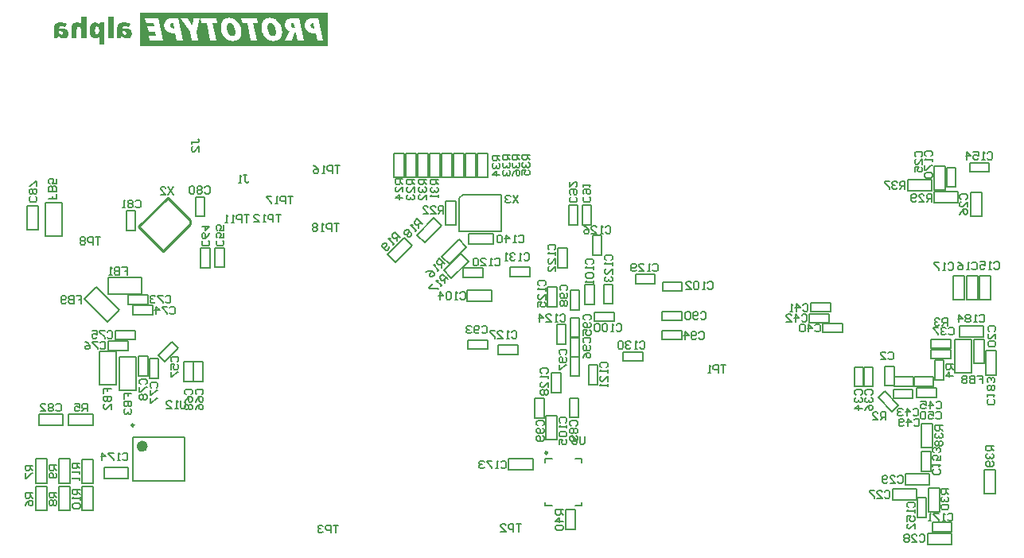
<source format=gbo>
G04 Layer_Color=32896*
%FSAX44Y44*%
%MOMM*%
G71*
G01*
G75*
%ADD17C,0.1270*%
%ADD90C,0.2540*%
%ADD95C,0.1524*%
%ADD137C,0.2500*%
%ADD140C,0.2000*%
%ADD141C,0.1500*%
%ADD245C,0.6000*%
G36*
X00612090Y01675388D02*
X00612579Y01675313D01*
X00613031Y01675200D01*
X00613444Y01675049D01*
X00614197Y01674673D01*
X00614836Y01674222D01*
X00615325Y01673770D01*
X00615664Y01673394D01*
X00615814Y01673244D01*
X00615889Y01673131D01*
X00615927Y01673056D01*
X00615965Y01673018D01*
X00616228D01*
X00617018Y01675162D01*
X00621645D01*
Y01651463D01*
X00615965D01*
Y01658121D01*
Y01658347D01*
X00616002Y01658611D01*
X00616040Y01658987D01*
X00616077Y01659325D01*
X00616153Y01659664D01*
X00616190Y01659965D01*
X00616228Y01660153D01*
Y01660228D01*
X00615965D01*
X00615588Y01659852D01*
X00615250Y01659551D01*
X00614911Y01659288D01*
X00614610Y01659099D01*
X00614385Y01658949D01*
X00614159Y01658836D01*
X00614046Y01658799D01*
X00614009Y01658761D01*
X00613632Y01658611D01*
X00613219Y01658535D01*
X00612842Y01658460D01*
X00612504Y01658385D01*
X00612203D01*
X00611977Y01658347D01*
X00611752D01*
X00611225Y01658385D01*
X00610774Y01658460D01*
X00610322Y01658573D01*
X00609871Y01658686D01*
X00609118Y01659062D01*
X00608516Y01659476D01*
X00607990Y01659890D01*
X00607651Y01660266D01*
X00607501Y01660379D01*
X00607425Y01660491D01*
X00607350Y01660567D01*
Y01660604D01*
X00607049Y01661056D01*
X00606824Y01661545D01*
X00606410Y01662560D01*
X00606109Y01663614D01*
X00605921Y01664592D01*
X00605883Y01665081D01*
X00605808Y01665495D01*
X00605770Y01665908D01*
Y01666247D01*
X00605733Y01666510D01*
Y01666698D01*
Y01666849D01*
Y01666886D01*
Y01667601D01*
X00605808Y01668316D01*
X00605883Y01668955D01*
X00605959Y01669557D01*
X00606071Y01670121D01*
X00606222Y01670611D01*
X00606372Y01671100D01*
X00606485Y01671513D01*
X00606636Y01671889D01*
X00606786Y01672190D01*
X00606899Y01672491D01*
X00607049Y01672717D01*
X00607125Y01672905D01*
X00607200Y01673018D01*
X00607275Y01673093D01*
Y01673131D01*
X00607576Y01673545D01*
X00607915Y01673883D01*
X00608253Y01674184D01*
X00608592Y01674447D01*
X00608968Y01674673D01*
X00609306Y01674861D01*
X00609983Y01675125D01*
X00610623Y01675313D01*
X00610886Y01675350D01*
X00611112Y01675388D01*
X00611300Y01675426D01*
X00611563D01*
X00612090Y01675388D01*
D02*
G37*
G36*
X00631275Y01658648D02*
X00625595D01*
Y01681331D01*
X00631275D01*
Y01658648D01*
D02*
G37*
G36*
X00859595Y01650480D02*
X00659773D01*
Y01685310D01*
X00859595D01*
Y01650480D01*
D02*
G37*
G36*
X00602460Y01658648D02*
X00596780D01*
Y01665871D01*
X00596742Y01666811D01*
X00596667Y01667639D01*
X00596592Y01668278D01*
X00596441Y01668842D01*
X00596328Y01669219D01*
X00596253Y01669520D01*
X00596178Y01669708D01*
X00596140Y01669745D01*
X00595839Y01670159D01*
X00595538Y01670460D01*
X00595200Y01670648D01*
X00594861Y01670798D01*
X00594560Y01670874D01*
X00594297Y01670949D01*
X00594071D01*
X00593733Y01670911D01*
X00593394Y01670798D01*
X00593131Y01670648D01*
X00592905Y01670422D01*
X00592717Y01670159D01*
X00592567Y01669896D01*
X00592341Y01669294D01*
X00592191Y01668654D01*
X00592153Y01668391D01*
X00592115Y01668128D01*
X00592078Y01667902D01*
Y01667751D01*
Y01667639D01*
Y01667601D01*
Y01658648D01*
X00586360D01*
Y01669369D01*
X00586435Y01670385D01*
X00586586Y01671288D01*
X00586849Y01672040D01*
X00587112Y01672679D01*
X00587413Y01673168D01*
X00587676Y01673507D01*
X00587827Y01673733D01*
X00587902Y01673808D01*
X00588203Y01674109D01*
X00588542Y01674335D01*
X00589219Y01674748D01*
X00589933Y01675049D01*
X00590611Y01675237D01*
X00591250Y01675350D01*
X00591513Y01675388D01*
X00591739D01*
X00591927Y01675426D01*
X00592191D01*
X00592717Y01675388D01*
X00593244Y01675350D01*
X00593695Y01675275D01*
X00594071Y01675162D01*
X00594372Y01675049D01*
X00594636Y01674974D01*
X00594786Y01674937D01*
X00594824Y01674899D01*
X00595200Y01674673D01*
X00595576Y01674410D01*
X00595915Y01674109D01*
X00596178Y01673808D01*
X00596404Y01673545D01*
X00596592Y01673319D01*
X00596705Y01673168D01*
X00596742Y01673093D01*
X00597006D01*
X00596930Y01674109D01*
X00596855Y01675049D01*
X00596817Y01675914D01*
Y01676629D01*
X00596780Y01677231D01*
Y01677494D01*
Y01677720D01*
Y01677871D01*
Y01677984D01*
Y01678059D01*
Y01678096D01*
Y01681331D01*
X00602460D01*
Y01658648D01*
D02*
G37*
G36*
X00643388Y01675350D02*
X00644102Y01675275D01*
X00644817Y01675200D01*
X00645457Y01675087D01*
X00646059Y01674937D01*
X00646585Y01674824D01*
X00647112Y01674673D01*
X00647563Y01674523D01*
X00647940Y01674410D01*
X00648316Y01674259D01*
X00648579Y01674147D01*
X00648805Y01674071D01*
X00648955Y01673996D01*
X00649068Y01673921D01*
X00649106D01*
X00647450Y01670159D01*
X00646435Y01670573D01*
X00645570Y01670874D01*
X00644780Y01671100D01*
X00644102Y01671250D01*
X00643576Y01671325D01*
X00643200Y01671400D01*
X00642861D01*
X00642523Y01671363D01*
X00642184Y01671325D01*
X00641921Y01671212D01*
X00641695Y01671100D01*
X00641356Y01670761D01*
X00641131Y01670385D01*
X00640980Y01670009D01*
X00640905Y01669670D01*
X00640867Y01669444D01*
Y01669407D01*
Y01669369D01*
Y01669143D01*
X00643614Y01669030D01*
X00644253Y01668993D01*
X00644817Y01668918D01*
X00645381Y01668842D01*
X00645908Y01668730D01*
X00646359Y01668617D01*
X00646811Y01668504D01*
X00647225Y01668391D01*
X00647563Y01668241D01*
X00647864Y01668128D01*
X00648165Y01667977D01*
X00648391Y01667864D01*
X00648579Y01667789D01*
X00648729Y01667676D01*
X00648842Y01667639D01*
X00648880Y01667563D01*
X00648917D01*
X00649256Y01667300D01*
X00649519Y01667037D01*
X00649783Y01666736D01*
X00649971Y01666397D01*
X00650309Y01665758D01*
X00650535Y01665118D01*
X00650648Y01664554D01*
X00650686Y01664291D01*
X00650723Y01664103D01*
X00650761Y01663915D01*
Y01663764D01*
Y01663689D01*
Y01663651D01*
X00650686Y01662748D01*
X00650535Y01661996D01*
X00650347Y01661319D01*
X00650084Y01660755D01*
X00649858Y01660303D01*
X00649632Y01660002D01*
X00649482Y01659814D01*
X00649444Y01659739D01*
X00648880Y01659288D01*
X00648278Y01658949D01*
X00647676Y01658686D01*
X00647074Y01658535D01*
X00646548Y01658422D01*
X00646134Y01658385D01*
X00645983Y01658347D01*
X00645758D01*
X00645080Y01658385D01*
X00644479Y01658422D01*
X00643952Y01658498D01*
X00643501Y01658611D01*
X00643124Y01658686D01*
X00642899Y01658761D01*
X00642711Y01658799D01*
X00642673Y01658836D01*
X00642222Y01659062D01*
X00641808Y01659363D01*
X00641394Y01659701D01*
X00641018Y01660002D01*
X00640717Y01660303D01*
X00640491Y01660567D01*
X00640341Y01660717D01*
X00640303Y01660792D01*
X00640190D01*
X00639099Y01658648D01*
X00635150D01*
Y01669444D01*
Y01669971D01*
X00635225Y01670460D01*
X00635413Y01671325D01*
X00635714Y01672077D01*
X00636015Y01672717D01*
X00636353Y01673206D01*
X00636654Y01673545D01*
X00636842Y01673770D01*
X00636880Y01673846D01*
X00636918D01*
X00637632Y01674372D01*
X00638422Y01674748D01*
X00639212Y01675049D01*
X00640002Y01675237D01*
X00640717Y01675350D01*
X00641018Y01675388D01*
X00641281D01*
X00641507Y01675426D01*
X00642598D01*
X00643388Y01675350D01*
D02*
G37*
G36*
X00576015D02*
X00576730Y01675275D01*
X00577444Y01675200D01*
X00578084Y01675087D01*
X00578686Y01674937D01*
X00579212Y01674824D01*
X00579739Y01674673D01*
X00580191Y01674523D01*
X00580567Y01674410D01*
X00580943Y01674259D01*
X00581206Y01674147D01*
X00581432Y01674071D01*
X00581582Y01673996D01*
X00581695Y01673921D01*
X00581733D01*
X00580078Y01670159D01*
X00579062Y01670573D01*
X00578197Y01670874D01*
X00577407Y01671100D01*
X00576730Y01671250D01*
X00576203Y01671325D01*
X00575827Y01671400D01*
X00575488D01*
X00575150Y01671363D01*
X00574811Y01671325D01*
X00574548Y01671212D01*
X00574322Y01671100D01*
X00573984Y01670761D01*
X00573758Y01670385D01*
X00573607Y01670009D01*
X00573532Y01669670D01*
X00573495Y01669444D01*
Y01669407D01*
Y01669369D01*
Y01669143D01*
X00576241Y01669030D01*
X00576880Y01668993D01*
X00577444Y01668918D01*
X00578009Y01668842D01*
X00578535Y01668730D01*
X00578987Y01668617D01*
X00579438Y01668504D01*
X00579852Y01668391D01*
X00580191Y01668241D01*
X00580491Y01668128D01*
X00580792Y01667977D01*
X00581018Y01667864D01*
X00581206Y01667789D01*
X00581357Y01667676D01*
X00581469Y01667639D01*
X00581507Y01667563D01*
X00581545D01*
X00581883Y01667300D01*
X00582147Y01667037D01*
X00582410Y01666736D01*
X00582598Y01666397D01*
X00582937Y01665758D01*
X00583162Y01665118D01*
X00583275Y01664554D01*
X00583313Y01664291D01*
X00583350Y01664103D01*
X00583388Y01663915D01*
Y01663764D01*
Y01663689D01*
Y01663651D01*
X00583313Y01662748D01*
X00583162Y01661996D01*
X00582974Y01661319D01*
X00582711Y01660755D01*
X00582485Y01660303D01*
X00582259Y01660002D01*
X00582109Y01659814D01*
X00582071Y01659739D01*
X00581507Y01659288D01*
X00580905Y01658949D01*
X00580303Y01658686D01*
X00579701Y01658535D01*
X00579175Y01658422D01*
X00578761Y01658385D01*
X00578611Y01658347D01*
X00578385D01*
X00577708Y01658385D01*
X00577106Y01658422D01*
X00576579Y01658498D01*
X00576128Y01658611D01*
X00575752Y01658686D01*
X00575526Y01658761D01*
X00575338Y01658799D01*
X00575300Y01658836D01*
X00574849Y01659062D01*
X00574435Y01659363D01*
X00574021Y01659701D01*
X00573645Y01660002D01*
X00573344Y01660303D01*
X00573119Y01660567D01*
X00572968Y01660717D01*
X00572930Y01660792D01*
X00572817D01*
X00571727Y01658648D01*
X00567777D01*
Y01669444D01*
Y01669971D01*
X00567852Y01670460D01*
X00568040Y01671325D01*
X00568341Y01672077D01*
X00568642Y01672717D01*
X00568980Y01673206D01*
X00569282Y01673545D01*
X00569470Y01673770D01*
X00569507Y01673846D01*
X00569545D01*
X00570260Y01674372D01*
X00571049Y01674748D01*
X00571839Y01675049D01*
X00572629Y01675237D01*
X00573344Y01675350D01*
X00573645Y01675388D01*
X00573908D01*
X00574134Y01675426D01*
X00575225D01*
X00576015Y01675350D01*
D02*
G37*
%LPC*%
G36*
X00613858Y01670949D02*
X00613670D01*
X00613256Y01670911D01*
X00612918Y01670798D01*
X00612617Y01670648D01*
X00612391Y01670498D01*
X00612241Y01670309D01*
X00612090Y01670159D01*
X00612052Y01670046D01*
X00612015Y01670009D01*
X00611864Y01669595D01*
X00611714Y01669143D01*
X00611639Y01668617D01*
X00611601Y01668128D01*
X00611563Y01667676D01*
X00611526Y01667300D01*
Y01667150D01*
Y01667037D01*
Y01666999D01*
Y01666962D01*
X00611563Y01666209D01*
X00611601Y01665570D01*
X00611676Y01665005D01*
X00611752Y01664592D01*
X00611864Y01664253D01*
X00611940Y01664027D01*
X00611977Y01663877D01*
X00612015Y01663839D01*
X00612241Y01663538D01*
X00612466Y01663313D01*
X00612730Y01663162D01*
X00612993Y01663049D01*
X00613219Y01662974D01*
X00613407Y01662937D01*
X00613595D01*
X00614046Y01662974D01*
X00614385Y01663087D01*
X00614723Y01663237D01*
X00614949Y01663425D01*
X00615137Y01663576D01*
X00615288Y01663727D01*
X00615363Y01663839D01*
X00615400Y01663877D01*
X00615588Y01664291D01*
X00615739Y01664742D01*
X00615814Y01665269D01*
X00615889Y01665758D01*
X00615927Y01666209D01*
X00615965Y01666585D01*
Y01666736D01*
Y01666849D01*
Y01666886D01*
Y01666924D01*
Y01667375D01*
X00615927Y01668015D01*
X00615852Y01668542D01*
X00615777Y01668993D01*
X00615701Y01669369D01*
X00615588Y01669670D01*
X00615513Y01669896D01*
X00615476Y01670009D01*
X00615438Y01670046D01*
X00615212Y01670347D01*
X00614949Y01670573D01*
X00614648Y01670723D01*
X00614347Y01670836D01*
X00614084Y01670911D01*
X00613858Y01670949D01*
D02*
G37*
G36*
X00679072Y01679849D02*
X00664853D01*
X00665911Y01674644D01*
X00673740D01*
X00674501Y01670878D01*
X00667223D01*
X00668408Y01665673D01*
X00675686D01*
X00676617Y01661188D01*
X00668789D01*
X00669931Y01655898D01*
X00684150D01*
X00679072Y01679849D01*
D02*
G37*
G36*
X00699976D02*
X00693459D01*
X00693163Y01679807D01*
X00692824D01*
X00692401Y01679765D01*
X00691936Y01679680D01*
X00691470Y01679638D01*
X00690413Y01679384D01*
X00689312Y01679045D01*
X00688297Y01678622D01*
X00687789Y01678326D01*
X00687366Y01677987D01*
X00687323D01*
X00687281Y01677903D01*
X00687154Y01677776D01*
X00687027Y01677649D01*
X00686646Y01677226D01*
X00686223Y01676633D01*
X00685800Y01675871D01*
X00685419Y01674940D01*
X00685165Y01673883D01*
X00685123Y01673290D01*
X00685081Y01672655D01*
Y01672613D01*
Y01672486D01*
Y01672275D01*
X00685123Y01671978D01*
X00685165Y01671640D01*
X00685250Y01671217D01*
X00685334Y01670793D01*
X00685419Y01670328D01*
X00685758Y01669270D01*
X00686012Y01668720D01*
X00686265Y01668212D01*
X00686604Y01667662D01*
X00686985Y01667154D01*
X00687408Y01666647D01*
X00687916Y01666181D01*
X00687958Y01666139D01*
X00688043Y01666096D01*
X00688212Y01665969D01*
X00688424Y01665800D01*
X00688720Y01665631D01*
X00689058Y01665462D01*
X00689439Y01665250D01*
X00689905Y01665038D01*
X00690455Y01664785D01*
X00691005Y01664573D01*
X00691640Y01664404D01*
X00692317Y01664234D01*
X00693078Y01664065D01*
X00693840Y01663938D01*
X00694686Y01663896D01*
X00695575Y01663854D01*
X00697014D01*
X00698622Y01655898D01*
X00705054D01*
X00699976Y01679849D01*
D02*
G37*
G36*
X00849437D02*
X00842921D01*
X00842625Y01679807D01*
X00842286D01*
X00841863Y01679765D01*
X00841397Y01679680D01*
X00840932Y01679638D01*
X00839874Y01679384D01*
X00838774Y01679045D01*
X00837758Y01678622D01*
X00837250Y01678326D01*
X00836827Y01677987D01*
X00836785D01*
X00836743Y01677903D01*
X00836616Y01677776D01*
X00836489Y01677649D01*
X00836108Y01677226D01*
X00835685Y01676633D01*
X00835262Y01675871D01*
X00834881Y01674940D01*
X00834627Y01673883D01*
X00834585Y01673290D01*
X00834542Y01672655D01*
Y01672613D01*
Y01672486D01*
Y01672275D01*
X00834585Y01671978D01*
X00834627Y01671640D01*
X00834711Y01671217D01*
X00834796Y01670793D01*
X00834881Y01670328D01*
X00835219Y01669270D01*
X00835473Y01668720D01*
X00835727Y01668212D01*
X00836066Y01667662D01*
X00836446Y01667154D01*
X00836870Y01666647D01*
X00837377Y01666181D01*
X00837420Y01666139D01*
X00837504Y01666096D01*
X00837674Y01665969D01*
X00837885Y01665800D01*
X00838181Y01665631D01*
X00838520Y01665462D01*
X00838901Y01665250D01*
X00839366Y01665038D01*
X00839916Y01664785D01*
X00840466Y01664573D01*
X00841101Y01664404D01*
X00841778Y01664234D01*
X00842540Y01664065D01*
X00843302Y01663938D01*
X00844148Y01663896D01*
X00845037Y01663854D01*
X00846475D01*
X00848083Y01655898D01*
X00854516D01*
X00849437Y01679849D01*
D02*
G37*
G36*
X00740684D02*
X00723842D01*
X00725027Y01674560D01*
X00730232D01*
X00734125Y01655898D01*
X00740515D01*
X00736622Y01674560D01*
X00741827D01*
X00740684Y01679849D01*
D02*
G37*
G36*
X00783932D02*
X00767090D01*
X00768275Y01674560D01*
X00773480D01*
X00777373Y01655898D01*
X00783763D01*
X00779869Y01674560D01*
X00785074D01*
X00783932Y01679849D01*
D02*
G37*
G36*
X00828533D02*
X00821805D01*
X00821509Y01679807D01*
X00821170D01*
X00820789Y01679765D01*
X00820324Y01679722D01*
X00819858Y01679638D01*
X00818843Y01679468D01*
X00817785Y01679172D01*
X00816769Y01678749D01*
X00816304Y01678495D01*
X00815881Y01678199D01*
X00815838D01*
X00815796Y01678114D01*
X00815542Y01677903D01*
X00815204Y01677522D01*
X00814780Y01676972D01*
X00814357Y01676252D01*
X00814019Y01675406D01*
X00813765Y01674390D01*
X00813723Y01673840D01*
X00813680Y01673248D01*
Y01673206D01*
Y01673121D01*
Y01672994D01*
Y01672825D01*
X00813723Y01672359D01*
X00813807Y01671724D01*
X00813976Y01671047D01*
X00814188Y01670286D01*
X00814484Y01669524D01*
X00814865Y01668805D01*
X00814907Y01668720D01*
X00815077Y01668508D01*
X00815331Y01668170D01*
X00815711Y01667747D01*
X00816219Y01667239D01*
X00816812Y01666773D01*
X00817489Y01666308D01*
X00818293Y01665885D01*
X00814611Y01657464D01*
X00813976Y01655898D01*
X00820959D01*
X00824132Y01664615D01*
X00825359D01*
X00827179Y01655898D01*
X00833611D01*
X00828533Y01679849D01*
D02*
G37*
G36*
X00798362Y01680230D02*
X00797219D01*
X00796923Y01680188D01*
X00796584Y01680145D01*
X00796161Y01680103D01*
X00795696Y01680018D01*
X00795230Y01679934D01*
X00794130Y01679638D01*
X00793622Y01679426D01*
X00793072Y01679214D01*
X00792522Y01678918D01*
X00791972Y01678580D01*
X00791506Y01678199D01*
X00791041Y01677776D01*
X00790999Y01677733D01*
X00790956Y01677649D01*
X00790829Y01677522D01*
X00790660Y01677310D01*
X00790491Y01677056D01*
X00790279Y01676760D01*
X00790068Y01676422D01*
X00789856Y01675998D01*
X00789644Y01675533D01*
X00789433Y01675025D01*
X00789221Y01674475D01*
X00789052Y01673883D01*
X00788883Y01673206D01*
X00788756Y01672529D01*
X00788714Y01671767D01*
X00788671Y01670963D01*
Y01670920D01*
Y01670751D01*
Y01670540D01*
X00788714Y01670243D01*
Y01669863D01*
X00788756Y01669397D01*
X00788798Y01668889D01*
X00788883Y01668339D01*
X00789052Y01667112D01*
X00789348Y01665758D01*
X00789771Y01664404D01*
X00790322Y01663007D01*
Y01662965D01*
X00790406Y01662838D01*
X00790491Y01662669D01*
X00790618Y01662415D01*
X00790787Y01662119D01*
X00790999Y01661780D01*
X00791464Y01660976D01*
X00792141Y01660087D01*
X00792903Y01659156D01*
X00793792Y01658268D01*
X00794807Y01657464D01*
X00794849D01*
X00794934Y01657379D01*
X00795103Y01657295D01*
X00795315Y01657168D01*
X00795569Y01657041D01*
X00795907Y01656871D01*
X00796288Y01656702D01*
X00796711Y01656533D01*
X00797177Y01656321D01*
X00797685Y01656152D01*
X00798785Y01655856D01*
X00800054Y01655644D01*
X00800731Y01655602D01*
X00801451Y01655560D01*
X00801874D01*
X00802170Y01655602D01*
X00802551Y01655644D01*
X00802974Y01655686D01*
X00803440Y01655771D01*
X00803947Y01655856D01*
X00805048Y01656152D01*
X00805598Y01656364D01*
X00806190Y01656575D01*
X00806740Y01656871D01*
X00807290Y01657168D01*
X00807798Y01657549D01*
X00808264Y01657972D01*
X00808306Y01658014D01*
X00808348Y01658099D01*
X00808475Y01658226D01*
X00808644Y01658437D01*
X00808814Y01658691D01*
X00809025Y01658987D01*
X00809237Y01659326D01*
X00809448Y01659749D01*
X00809660Y01660214D01*
X00809872Y01660722D01*
X00810083Y01661272D01*
X00810253Y01661865D01*
X00810422Y01662542D01*
X00810549Y01663261D01*
X00810591Y01663981D01*
X00810633Y01664785D01*
Y01664827D01*
Y01664996D01*
Y01665208D01*
X00810591Y01665504D01*
Y01665885D01*
X00810549Y01666350D01*
X00810506Y01666858D01*
X00810422Y01667408D01*
X00810337Y01668001D01*
X00810210Y01668635D01*
X00809914Y01669947D01*
X00809491Y01671344D01*
X00808941Y01672740D01*
Y01672782D01*
X00808856Y01672909D01*
X00808772Y01673079D01*
X00808644Y01673333D01*
X00808475Y01673629D01*
X00808264Y01674010D01*
X00807713Y01674814D01*
X00807079Y01675702D01*
X00806317Y01676633D01*
X00805386Y01677480D01*
X00804371Y01678284D01*
X00804328Y01678326D01*
X00804244Y01678368D01*
X00804074Y01678453D01*
X00803863Y01678580D01*
X00803567Y01678749D01*
X00803228Y01678918D01*
X00802847Y01679088D01*
X00802424Y01679257D01*
X00801958Y01679426D01*
X00801451Y01679595D01*
X00800308Y01679934D01*
X00799039Y01680145D01*
X00798362Y01680230D01*
D02*
G37*
G36*
X00755114D02*
X00753972D01*
X00753676Y01680188D01*
X00753337Y01680145D01*
X00752914Y01680103D01*
X00752448Y01680018D01*
X00751983Y01679934D01*
X00750883Y01679638D01*
X00750375Y01679426D01*
X00749825Y01679214D01*
X00749275Y01678918D01*
X00748725Y01678580D01*
X00748259Y01678199D01*
X00747794Y01677776D01*
X00747751Y01677733D01*
X00747709Y01677649D01*
X00747582Y01677522D01*
X00747413Y01677310D01*
X00747243Y01677056D01*
X00747032Y01676760D01*
X00746820Y01676422D01*
X00746609Y01675998D01*
X00746397Y01675533D01*
X00746186Y01675025D01*
X00745974Y01674475D01*
X00745805Y01673883D01*
X00745635Y01673206D01*
X00745508Y01672529D01*
X00745466Y01671767D01*
X00745424Y01670963D01*
Y01670920D01*
Y01670751D01*
Y01670540D01*
X00745466Y01670243D01*
Y01669863D01*
X00745508Y01669397D01*
X00745551Y01668889D01*
X00745635Y01668339D01*
X00745805Y01667112D01*
X00746101Y01665758D01*
X00746524Y01664404D01*
X00747074Y01663007D01*
Y01662965D01*
X00747159Y01662838D01*
X00747243Y01662669D01*
X00747370Y01662415D01*
X00747540Y01662119D01*
X00747751Y01661780D01*
X00748217Y01660976D01*
X00748894Y01660087D01*
X00749655Y01659156D01*
X00750544Y01658268D01*
X00751560Y01657464D01*
X00751602D01*
X00751687Y01657379D01*
X00751856Y01657295D01*
X00752067Y01657168D01*
X00752321Y01657041D01*
X00752660Y01656871D01*
X00753041Y01656702D01*
X00753464Y01656533D01*
X00753929Y01656321D01*
X00754437Y01656152D01*
X00755537Y01655856D01*
X00756807Y01655644D01*
X00757484Y01655602D01*
X00758203Y01655560D01*
X00758626D01*
X00758923Y01655602D01*
X00759304Y01655644D01*
X00759727Y01655686D01*
X00760192Y01655771D01*
X00760700Y01655856D01*
X00761800Y01656152D01*
X00762350Y01656364D01*
X00762943Y01656575D01*
X00763493Y01656871D01*
X00764043Y01657168D01*
X00764551Y01657549D01*
X00765016Y01657972D01*
X00765059Y01658014D01*
X00765101Y01658099D01*
X00765228Y01658226D01*
X00765397Y01658437D01*
X00765566Y01658691D01*
X00765778Y01658987D01*
X00765990Y01659326D01*
X00766201Y01659749D01*
X00766413Y01660214D01*
X00766624Y01660722D01*
X00766836Y01661272D01*
X00767005Y01661865D01*
X00767174Y01662542D01*
X00767301Y01663261D01*
X00767344Y01663981D01*
X00767386Y01664785D01*
Y01664827D01*
Y01664996D01*
Y01665208D01*
X00767344Y01665504D01*
Y01665885D01*
X00767301Y01666350D01*
X00767259Y01666858D01*
X00767174Y01667408D01*
X00767090Y01668001D01*
X00766963Y01668635D01*
X00766667Y01669947D01*
X00766244Y01671344D01*
X00765693Y01672740D01*
Y01672782D01*
X00765609Y01672909D01*
X00765524Y01673079D01*
X00765397Y01673333D01*
X00765228Y01673629D01*
X00765016Y01674010D01*
X00764466Y01674814D01*
X00763831Y01675702D01*
X00763070Y01676633D01*
X00762139Y01677480D01*
X00761123Y01678284D01*
X00761081Y01678326D01*
X00760996Y01678368D01*
X00760827Y01678453D01*
X00760615Y01678580D01*
X00760319Y01678749D01*
X00759981Y01678918D01*
X00759600Y01679088D01*
X00759177Y01679257D01*
X00758711Y01679426D01*
X00758203Y01679595D01*
X00757061Y01679934D01*
X00755791Y01680145D01*
X00755114Y01680230D01*
D02*
G37*
G36*
X00723165Y01679849D02*
X00716564D01*
X00715083Y01670963D01*
X00709963Y01679849D01*
X00702811D01*
X00712840Y01665165D01*
X00714829Y01655898D01*
X00721261D01*
X00719272Y01665165D01*
X00723165Y01679849D01*
D02*
G37*
%LPD*%
G36*
X00695829Y01669101D02*
X00694559D01*
X00694306Y01669143D01*
X00693967Y01669228D01*
X00693586Y01669312D01*
X00693163Y01669482D01*
X00692782Y01669736D01*
X00692401Y01670032D01*
X00692359Y01670074D01*
X00692274Y01670201D01*
X00692105Y01670413D01*
X00691936Y01670709D01*
X00691767Y01671047D01*
X00691597Y01671470D01*
X00691513Y01671936D01*
X00691470Y01672444D01*
Y01672486D01*
Y01672613D01*
X00691513Y01672782D01*
X00691555Y01672994D01*
X00691724Y01673502D01*
X00691851Y01673756D01*
X00692063Y01674010D01*
X00692105Y01674052D01*
X00692190Y01674094D01*
X00692317Y01674179D01*
X00692486Y01674306D01*
X00692740Y01674433D01*
X00692994Y01674517D01*
X00693332Y01674560D01*
X00693713Y01674602D01*
X00694686D01*
X00695829Y01669101D01*
D02*
G37*
G36*
X00845291D02*
X00844021D01*
X00843767Y01669143D01*
X00843429Y01669228D01*
X00843048Y01669312D01*
X00842625Y01669482D01*
X00842244Y01669736D01*
X00841863Y01670032D01*
X00841821Y01670074D01*
X00841736Y01670201D01*
X00841567Y01670413D01*
X00841397Y01670709D01*
X00841228Y01671047D01*
X00841059Y01671470D01*
X00840974Y01671936D01*
X00840932Y01672444D01*
Y01672486D01*
Y01672613D01*
X00840974Y01672782D01*
X00841017Y01672994D01*
X00841186Y01673502D01*
X00841313Y01673756D01*
X00841524Y01674010D01*
X00841567Y01674052D01*
X00841651Y01674094D01*
X00841778Y01674179D01*
X00841947Y01674306D01*
X00842201Y01674433D01*
X00842455Y01674517D01*
X00842794Y01674560D01*
X00843175Y01674602D01*
X00844148D01*
X00845291Y01669101D01*
D02*
G37*
G36*
X00824302Y01669482D02*
X00823201D01*
X00822905Y01669524D01*
X00822567Y01669609D01*
X00822186Y01669693D01*
X00821763Y01669863D01*
X00821382Y01670074D01*
X00821001Y01670370D01*
X00820959Y01670413D01*
X00820874Y01670540D01*
X00820705Y01670751D01*
X00820535Y01671005D01*
X00820366Y01671344D01*
X00820197Y01671767D01*
X00820112Y01672275D01*
X00820070Y01672825D01*
Y01672867D01*
Y01672994D01*
X00820112Y01673163D01*
X00820155Y01673417D01*
X00820324Y01673925D01*
X00820451Y01674179D01*
X00820662Y01674390D01*
X00820705Y01674433D01*
X00820747Y01674475D01*
X00820874Y01674560D01*
X00821086Y01674687D01*
X00821297Y01674771D01*
X00821593Y01674856D01*
X00821932Y01674898D01*
X00822313Y01674940D01*
X00823159D01*
X00824302Y01669482D01*
D02*
G37*
G36*
X00798785Y01674856D02*
X00799166Y01674771D01*
X00799631Y01674602D01*
X00800139Y01674348D01*
X00800647Y01674010D01*
X00801197Y01673544D01*
X00801239Y01673502D01*
X00801408Y01673290D01*
X00801662Y01672994D01*
X00801958Y01672529D01*
X00802297Y01672021D01*
X00802678Y01671344D01*
X00803016Y01670582D01*
X00803355Y01669736D01*
Y01669693D01*
X00803397Y01669609D01*
X00803440Y01669482D01*
X00803482Y01669312D01*
X00803524Y01669101D01*
X00803609Y01668847D01*
X00803736Y01668212D01*
X00803905Y01667451D01*
X00804032Y01666647D01*
X00804117Y01665715D01*
X00804159Y01664785D01*
Y01664742D01*
Y01664615D01*
X00804117Y01664404D01*
Y01664192D01*
X00804074Y01663854D01*
X00803990Y01663557D01*
X00803736Y01662838D01*
X00803567Y01662457D01*
X00803355Y01662076D01*
X00803101Y01661780D01*
X00802763Y01661484D01*
X00802382Y01661230D01*
X00801958Y01661018D01*
X00801451Y01660891D01*
X00800858Y01660849D01*
X00800774D01*
X00800604Y01660891D01*
X00800308Y01660934D01*
X00799927Y01661018D01*
X00799504Y01661188D01*
X00799039Y01661442D01*
X00798531Y01661738D01*
X00798023Y01662203D01*
X00797981Y01662288D01*
X00797812Y01662457D01*
X00797558Y01662753D01*
X00797261Y01663177D01*
X00796923Y01663684D01*
X00796542Y01664319D01*
X00796204Y01665038D01*
X00795907Y01665842D01*
Y01665885D01*
X00795865Y01665969D01*
X00795823Y01666096D01*
X00795780Y01666266D01*
X00795738Y01666477D01*
X00795653Y01666731D01*
X00795526Y01667366D01*
X00795399Y01668085D01*
X00795273Y01668974D01*
X00795188Y01669905D01*
X00795146Y01670920D01*
Y01670963D01*
Y01671005D01*
Y01671217D01*
X00795188Y01671555D01*
X00795230Y01671978D01*
X00795357Y01672444D01*
X00795484Y01672952D01*
X00795696Y01673417D01*
X00795950Y01673840D01*
X00795992Y01673883D01*
X00796077Y01674010D01*
X00796288Y01674179D01*
X00796500Y01674390D01*
X00796838Y01674602D01*
X00797219Y01674771D01*
X00797685Y01674898D01*
X00798192Y01674940D01*
X00798446D01*
X00798785Y01674856D01*
D02*
G37*
G36*
X00755537D02*
X00755918Y01674771D01*
X00756384Y01674602D01*
X00756892Y01674348D01*
X00757399Y01674010D01*
X00757950Y01673544D01*
X00757992Y01673502D01*
X00758161Y01673290D01*
X00758415Y01672994D01*
X00758711Y01672529D01*
X00759050Y01672021D01*
X00759430Y01671344D01*
X00759769Y01670582D01*
X00760108Y01669736D01*
Y01669693D01*
X00760150Y01669609D01*
X00760192Y01669482D01*
X00760235Y01669312D01*
X00760277Y01669101D01*
X00760361Y01668847D01*
X00760488Y01668212D01*
X00760658Y01667451D01*
X00760785Y01666647D01*
X00760869Y01665715D01*
X00760912Y01664785D01*
Y01664742D01*
Y01664615D01*
X00760869Y01664404D01*
Y01664192D01*
X00760827Y01663854D01*
X00760742Y01663557D01*
X00760488Y01662838D01*
X00760319Y01662457D01*
X00760108Y01662076D01*
X00759854Y01661780D01*
X00759515Y01661484D01*
X00759134Y01661230D01*
X00758711Y01661018D01*
X00758203Y01660891D01*
X00757611Y01660849D01*
X00757526D01*
X00757357Y01660891D01*
X00757061Y01660934D01*
X00756680Y01661018D01*
X00756257Y01661188D01*
X00755791Y01661442D01*
X00755284Y01661738D01*
X00754776Y01662203D01*
X00754733Y01662288D01*
X00754564Y01662457D01*
X00754310Y01662753D01*
X00754014Y01663177D01*
X00753676Y01663684D01*
X00753295Y01664319D01*
X00752956Y01665038D01*
X00752660Y01665842D01*
Y01665885D01*
X00752618Y01665969D01*
X00752575Y01666096D01*
X00752533Y01666266D01*
X00752491Y01666477D01*
X00752406Y01666731D01*
X00752279Y01667366D01*
X00752152Y01668085D01*
X00752025Y01668974D01*
X00751941Y01669905D01*
X00751898Y01670920D01*
Y01670963D01*
Y01671005D01*
Y01671217D01*
X00751941Y01671555D01*
X00751983Y01671978D01*
X00752110Y01672444D01*
X00752237Y01672952D01*
X00752448Y01673417D01*
X00752702Y01673840D01*
X00752745Y01673883D01*
X00752829Y01674010D01*
X00753041Y01674179D01*
X00753252Y01674390D01*
X00753591Y01674602D01*
X00753972Y01674771D01*
X00754437Y01674898D01*
X00754945Y01674940D01*
X00755199D01*
X00755537Y01674856D01*
D02*
G37*
%LPC*%
G36*
X00640830Y01666021D02*
Y01664704D01*
X00640867Y01664328D01*
X00640943Y01663990D01*
X00641056Y01663689D01*
X00641206Y01663463D01*
X00641356Y01663275D01*
X00641469Y01663125D01*
X00641544Y01663049D01*
X00641582Y01663012D01*
X00641845Y01662786D01*
X00642146Y01662636D01*
X00642447Y01662523D01*
X00642711Y01662448D01*
X00642936Y01662410D01*
X00643124Y01662372D01*
X00643614D01*
X00643839Y01662448D01*
X00644253Y01662598D01*
X00644516Y01662861D01*
X00644742Y01663125D01*
X00644855Y01663388D01*
X00644893Y01663651D01*
X00644930Y01663802D01*
Y01663877D01*
X00644893Y01664216D01*
X00644817Y01664516D01*
X00644667Y01664780D01*
X00644479Y01665043D01*
X00644065Y01665382D01*
X00643538Y01665645D01*
X00643012Y01665795D01*
X00642598Y01665908D01*
X00642410D01*
X00642259Y01665946D01*
X00642146D01*
X00640830Y01666021D01*
D02*
G37*
G36*
X00573457D02*
Y01664704D01*
X00573495Y01664328D01*
X00573570Y01663990D01*
X00573683Y01663689D01*
X00573833Y01663463D01*
X00573984Y01663275D01*
X00574096Y01663125D01*
X00574172Y01663049D01*
X00574209Y01663012D01*
X00574473Y01662786D01*
X00574774Y01662636D01*
X00575075Y01662523D01*
X00575338Y01662448D01*
X00575564Y01662410D01*
X00575752Y01662372D01*
X00576241D01*
X00576466Y01662448D01*
X00576880Y01662598D01*
X00577144Y01662861D01*
X00577369Y01663125D01*
X00577482Y01663388D01*
X00577520Y01663651D01*
X00577557Y01663802D01*
Y01663877D01*
X00577520Y01664216D01*
X00577444Y01664516D01*
X00577294Y01664780D01*
X00577106Y01665043D01*
X00576692Y01665382D01*
X00576166Y01665645D01*
X00575639Y01665795D01*
X00575225Y01665908D01*
X00575037D01*
X00574887Y01665946D01*
X00574774D01*
X00573457Y01666021D01*
D02*
G37*
%LPD*%
D17*
X01112818Y01332794D02*
Y01353622D01*
X01103166Y01332794D02*
X01112818D01*
X01103166D02*
Y01353622D01*
X01112818D01*
X01504569Y01483272D02*
X01530223D01*
X01504569Y01494956D02*
X01530223D01*
Y01483272D02*
Y01494956D01*
X01504569Y01483272D02*
Y01494956D01*
X01542288Y01525817D02*
X01563116D01*
Y01516165D02*
Y01525817D01*
X01542288Y01516165D02*
X01563116D01*
X01542288D02*
Y01525817D01*
X01476248Y01495845D02*
X01501902D01*
X01476248Y01507529D02*
X01501902D01*
Y01495845D02*
Y01507529D01*
X01476248Y01495845D02*
Y01507529D01*
X01518006Y01500073D02*
Y01520901D01*
X01527658D01*
Y01500073D02*
Y01520901D01*
X01518006Y01500073D02*
X01527658D01*
X01486408Y01148373D02*
Y01169201D01*
X01496060D01*
Y01148373D02*
Y01169201D01*
X01486408Y01148373D02*
X01496060D01*
X01498346Y01154088D02*
Y01179742D01*
X01510030Y01154088D02*
Y01179742D01*
X01498346Y01154088D02*
X01510030D01*
X01498346Y01179742D02*
X01510030D01*
X01490980Y01197522D02*
Y01218350D01*
X01500632D01*
Y01197522D02*
Y01218350D01*
X01490980Y01197522D02*
X01500632D01*
X01490853Y01222287D02*
Y01247941D01*
X01502537Y01222287D02*
Y01247941D01*
X01490853Y01222287D02*
X01502537D01*
X01490853Y01247941D02*
X01502537D01*
X01502506Y01133174D02*
X01523334D01*
X01502506D02*
Y01142826D01*
X01523334D01*
Y01133174D02*
Y01142826D01*
X01558163Y01173392D02*
Y01199046D01*
X01569847Y01173392D02*
Y01199046D01*
X01558163Y01173392D02*
X01569847D01*
X01558163Y01199046D02*
X01569847D01*
X00953643Y01510450D02*
Y01536104D01*
X00941959Y01510450D02*
Y01536104D01*
X00953643D01*
X00941959Y01510450D02*
X00953643D01*
X00940943D02*
Y01536104D01*
X00929259Y01510450D02*
Y01536104D01*
X00940943D01*
X00929259Y01510450D02*
X00940943D01*
X01173577Y01324365D02*
X01194405D01*
Y01314713D02*
Y01324365D01*
X01173577Y01314713D02*
X01194405D01*
X01173577D02*
Y01324365D01*
X01497711Y01131355D02*
X01523365D01*
X01497711Y01119671D02*
X01523365D01*
X01497711D02*
Y01131355D01*
X01523365Y01119671D02*
Y01131355D01*
X01473810Y01194232D02*
X01499464D01*
X01473810Y01182548D02*
X01499464D01*
X01473810D02*
Y01194232D01*
X01499464Y01182548D02*
Y01194232D01*
X01460297Y01167050D02*
X01485951D01*
X01460297Y01178734D02*
X01485951D01*
Y01167050D02*
Y01178734D01*
X01460297Y01167050D02*
Y01178734D01*
X01516380Y01496607D02*
Y01522261D01*
X01504696Y01496607D02*
Y01522261D01*
X01516380D01*
X01504696Y01496607D02*
X01516380D01*
X01555115Y01468921D02*
Y01494575D01*
X01543431Y01468921D02*
X01543431Y01494575D01*
X01555115Y01494575D01*
X01543431Y01468921D02*
X01555115Y01468921D01*
X01564592Y01379658D02*
Y01405312D01*
X01552908Y01379658D02*
Y01405312D01*
X01564592D01*
X01552908Y01379658D02*
X01564592D01*
X01550592Y01379658D02*
Y01405312D01*
X01538908Y01379658D02*
Y01405312D01*
X01550592D01*
X01538908Y01379658D02*
X01550592D01*
X01536342D02*
Y01405312D01*
X01524658Y01379658D02*
Y01405312D01*
X01536342D01*
X01524658Y01379658D02*
X01536342D01*
X01531688Y01352342D02*
X01557342D01*
X01531688Y01340658D02*
X01557342D01*
X01531688D02*
Y01352342D01*
X01557342Y01340658D02*
Y01352342D01*
X01559131Y01299836D02*
Y01325490D01*
X01570815Y01299836D02*
Y01325490D01*
X01559131Y01299836D02*
X01570815D01*
X01559131Y01325490D02*
X01570815D01*
X01451630Y01282325D02*
X01466358Y01267598D01*
X01459533Y01260773D02*
X01466358Y01267598D01*
X01444805Y01275500D02*
X01459533Y01260773D01*
X01444805Y01275500D02*
X01451630Y01282325D01*
X01526860Y01337650D02*
X01544640D01*
X01526860Y01302090D02*
X01544640D01*
Y01337650D01*
X01526860Y01302090D02*
Y01337650D01*
X01546408Y01312438D02*
Y01338092D01*
X01558092Y01312438D02*
Y01338092D01*
X01546408Y01312438D02*
X01558092D01*
X01546408Y01338092D02*
X01558092D01*
X01452243Y01309050D02*
X01461895Y01309050D01*
X01452243Y01309050D02*
X01452244Y01288222D01*
X01461895Y01288222D01*
Y01309050D01*
X01482882Y01287857D02*
Y01297509D01*
Y01287857D02*
X01503710D01*
Y01297509D01*
X01482882D02*
X01503710D01*
X01481828Y01274710D02*
Y01284362D01*
X01461000D02*
X01481828D01*
X01461000Y01274710D02*
Y01284362D01*
Y01274710D02*
X01481828D01*
X01482800Y01287857D02*
Y01297509D01*
X01461972D02*
X01482800D01*
X01461972Y01287857D02*
Y01297509D01*
Y01287857D02*
X01482800D01*
X01429906Y01308267D02*
X01439558D01*
X01429906Y01287439D02*
Y01308267D01*
Y01287439D02*
X01439558D01*
Y01308267D01*
X01419390D02*
X01429042D01*
X01419390Y01287439D02*
Y01308267D01*
Y01287439D02*
X01429042D01*
Y01308267D01*
X01501382Y01317357D02*
Y01327009D01*
Y01317357D02*
X01522210D01*
Y01327009D01*
X01501382D02*
X01522210D01*
X01392299Y01355532D02*
Y01365184D01*
X01371472Y01365184D02*
X01392299Y01365184D01*
X01371472Y01355532D02*
Y01365184D01*
Y01355532D02*
X01392299Y01355532D01*
X01485882Y01276107D02*
Y01285759D01*
Y01276107D02*
X01506710D01*
Y01285759D01*
X01485882D02*
X01506710D01*
X01393951Y01367343D02*
Y01376995D01*
X01373123D02*
X01393951D01*
X01373123Y01367343D02*
Y01376995D01*
Y01367343D02*
X01393951D01*
X01107238Y01281045D02*
Y01301873D01*
X01097586Y01281045D02*
X01107238D01*
X01097586D02*
Y01301873D01*
X01107238D01*
X01146326Y01289756D02*
Y01310584D01*
X01136674Y01289756D02*
X01146326D01*
X01136674D02*
Y01310584D01*
X01146326D01*
X01186578Y01406865D02*
X01207406D01*
Y01397213D02*
Y01406865D01*
X01186578Y01397213D02*
X01207406D01*
X01186578D02*
Y01406865D01*
X01141086Y01427455D02*
Y01448283D01*
X01150738D01*
Y01427455D02*
Y01448283D01*
X01141086Y01427455D02*
X01150738D01*
X01162718Y01375418D02*
Y01396246D01*
X01153066Y01375418D02*
X01162718D01*
X01153066D02*
Y01396246D01*
X01162718D01*
X01142668Y01375314D02*
Y01396142D01*
X01133016Y01375314D02*
X01142668D01*
X01133016D02*
Y01396142D01*
X01142668D01*
X01104073Y01414217D02*
Y01435045D01*
X01113726D01*
Y01414217D02*
Y01435045D01*
X01104073Y01414217D02*
X01113726D01*
X01102818Y01372794D02*
Y01393622D01*
X01093166Y01372794D02*
X01102818D01*
X01093166D02*
Y01393622D01*
X01102818D01*
X00984290Y01459787D02*
Y01485441D01*
X00995974Y01459787D02*
Y01485441D01*
X00984290Y01459787D02*
X00995974D01*
X00984290Y01485441D02*
X00995974Y01485441D01*
X00940800Y01446262D02*
X00949062Y01438000D01*
X00922660Y01428122D02*
X00930922Y01419860D01*
X00949062Y01438000D01*
X00922660Y01428122D02*
X00940800Y01446262D01*
X00962350Y01440738D02*
X00980490Y01458878D01*
X00954088Y01449000D02*
X00972228Y01467140D01*
X00980490Y01458878D01*
X00954088Y01449000D02*
X00962350Y01440738D01*
X00990742Y01402804D02*
X01008882Y01420944D01*
X00982480Y01411066D02*
X01000620Y01429206D01*
X01008882Y01420944D01*
X00982480Y01411066D02*
X00990742Y01402804D01*
X01003456Y01404124D02*
X01024284D01*
X01003456D02*
Y01413776D01*
X01024284D01*
Y01404124D02*
Y01413776D01*
X00988688Y01417796D02*
X01006828Y01435936D01*
X00980426Y01426058D02*
X00998566Y01444198D01*
X01006828Y01435936D01*
X00980426Y01426058D02*
X00988688Y01417796D01*
X00625104Y01356093D02*
X00637677Y01368666D01*
X00599960Y01381238D02*
X00612532Y01393810D01*
X00599960Y01381238D02*
X00625104Y01356093D01*
X00612532Y01393810D02*
X00637677Y01368666D01*
X00667764Y01375264D02*
Y01384916D01*
X00646936D02*
X00667764D01*
X00646936Y01375264D02*
Y01384916D01*
Y01375264D02*
X00667764D01*
X00672764Y01364264D02*
Y01373916D01*
X00651936D02*
X00672764D01*
X00651936Y01364264D02*
Y01373916D01*
Y01364264D02*
X00672764D01*
X00661330Y01385700D02*
Y01403480D01*
X00625770Y01385700D02*
Y01403480D01*
Y01385700D02*
X00661330D01*
X00625770Y01403480D02*
X00661330D01*
X00693289Y01335332D02*
X00700114Y01328507D01*
X00678562Y01320605D02*
X00693289Y01335332D01*
X00678562Y01320605D02*
X00685387Y01313780D01*
X00700114Y01328507D01*
X00669544Y01317244D02*
X00679196D01*
X00669544Y01296416D02*
Y01317244D01*
Y01296416D02*
X00679196D01*
Y01317244D01*
X00560018Y01155664D02*
Y01181318D01*
X00548334Y01155664D02*
Y01181318D01*
X00560018D01*
X00548334Y01155664D02*
X00560018D01*
X00584538Y01184874D02*
Y01210528D01*
X00572854Y01184874D02*
Y01210528D01*
X00584538D01*
X00572854Y01184874D02*
X00584538D01*
X00551688Y01258062D02*
X00577342D01*
X00551688Y01246378D02*
X00577342D01*
X00551688D02*
Y01258062D01*
X00577342Y01246378D02*
Y01258062D01*
X00558290Y01447940D02*
X00576070D01*
X00558290Y01483500D02*
X00576070D01*
X00558290Y01447940D02*
Y01483500D01*
X00576070Y01447940D02*
Y01483500D01*
X00706374Y01313942D02*
X00716026D01*
X00706374Y01293114D02*
Y01313942D01*
Y01293114D02*
X00716026D01*
Y01313942D01*
X00654304Y01337564D02*
Y01347216D01*
X00633476D02*
X00654304D01*
X00633476Y01337564D02*
Y01347216D01*
Y01337564D02*
X00654304D01*
X00609308Y01184624D02*
Y01210278D01*
X00597624Y01184624D02*
Y01210278D01*
X00609308D01*
X00597624Y01184624D02*
X00609308D01*
X00583438Y01258062D02*
X00609092D01*
X00583438Y01246378D02*
X00609092D01*
X00583438D02*
Y01258062D01*
X00609092Y01246378D02*
Y01258062D01*
X00637794Y01319276D02*
X00655574D01*
X00637794Y01283716D02*
X00655574D01*
Y01319276D01*
X00637794Y01283716D02*
Y01319276D01*
X00716534Y01313942D02*
X00726186D01*
X00716534Y01293114D02*
Y01313942D01*
Y01293114D02*
X00726186D01*
Y01313942D01*
X00560018Y01184874D02*
Y01210528D01*
X00548334Y01184874D02*
Y01210528D01*
X00560018D01*
X00548334Y01184874D02*
X00560018D01*
X00739394Y01414526D02*
X00749046D01*
Y01435354D01*
X00739394D02*
X00749046D01*
X00739394Y01414526D02*
Y01435354D01*
X00724154Y01414272D02*
X00733806D01*
Y01435100D01*
X00724154D02*
X00733806D01*
X00724154Y01414272D02*
Y01435100D01*
X00646684Y01326134D02*
Y01335786D01*
X00625856D02*
X00646684D01*
X00625856Y01326134D02*
Y01335786D01*
Y01326134D02*
X00646684D01*
X00615950Y01324610D02*
X00633730D01*
X00615950Y01289050D02*
X00633730D01*
Y01324610D01*
X00615950Y01289050D02*
Y01324610D01*
X00584538Y01155664D02*
Y01181318D01*
X00572854Y01155664D02*
Y01181318D01*
X00584538D01*
X00572854Y01155664D02*
X00584538D01*
X00644906Y01453642D02*
X00654558D01*
Y01474470D01*
X00644906D02*
X00654558D01*
X00644906Y01453642D02*
Y01474470D01*
X00718566Y01468628D02*
X00728218D01*
Y01489456D01*
X00718566D02*
X00728218D01*
X00718566Y01468628D02*
Y01489456D01*
X00539338Y01454528D02*
Y01480182D01*
X00551022Y01454528D02*
Y01480182D01*
X00539338Y01454528D02*
X00551022D01*
X00539338Y01480182D02*
X00551022D01*
X00658114Y01319784D02*
X00667766D01*
X00658114Y01298956D02*
Y01319784D01*
Y01298956D02*
X00667766D01*
Y01319784D01*
X00609308Y01155414D02*
Y01181068D01*
X00597624Y01155414D02*
Y01181068D01*
X00609308D01*
X00597624Y01155414D02*
X00609308D01*
X01017143Y01510450D02*
Y01536104D01*
X01005459Y01510450D02*
Y01536104D01*
X01017143D01*
X01005459Y01510450D02*
X01017143D01*
X00991743D02*
Y01536104D01*
X00980059Y01510450D02*
Y01536104D01*
X00991743D01*
X00980059Y01510450D02*
X00991743D01*
X00966343D02*
Y01536104D01*
X00954659Y01510450D02*
Y01536104D01*
X00966343D01*
X00954659Y01510450D02*
X00966343D01*
X00979043D02*
Y01536104D01*
X00967359Y01510450D02*
Y01536104D01*
X00979043D01*
X00967359Y01510450D02*
X00979043D01*
X01004443D02*
Y01536104D01*
X00992759Y01510450D02*
Y01536104D01*
X01004443D01*
X00992759Y01510450D02*
X01004443D01*
X01029843D02*
Y01536104D01*
X01018159Y01510450D02*
Y01536104D01*
X01029843D01*
X01018159Y01510450D02*
X01029843D01*
X01127107Y01339676D02*
Y01360504D01*
X01117455Y01339676D02*
X01127107D01*
X01117455D02*
Y01360504D01*
X01127107D01*
Y01319176D02*
Y01340004D01*
X01117455Y01319176D02*
X01127107D01*
X01117455D02*
Y01340004D01*
X01127107D01*
Y01298426D02*
Y01319254D01*
X01117455Y01298426D02*
X01127107D01*
X01117455D02*
Y01319254D01*
X01127107D01*
X01143328Y01366615D02*
X01164156D01*
Y01356963D02*
Y01366615D01*
X01143328Y01356963D02*
X01164156D01*
X01143328D02*
Y01366615D01*
X01127107Y01369426D02*
Y01390254D01*
X01117455Y01369426D02*
X01127107D01*
X01117455D02*
Y01390254D01*
X01127107D01*
X01040418Y01321963D02*
X01061246D01*
X01040418D02*
Y01331615D01*
X01061246D01*
Y01321963D02*
Y01331615D01*
X01053418Y01404713D02*
X01074246D01*
X01053418D02*
Y01414365D01*
X01074246D01*
Y01404713D02*
Y01414365D01*
X01008656Y01327174D02*
X01029484D01*
X01008656D02*
Y01336826D01*
X01029484D01*
Y01327174D02*
Y01336826D01*
X01126258Y01254405D02*
Y01275233D01*
X01116606Y01254405D02*
X01126258D01*
X01116606D02*
Y01275233D01*
X01126258D01*
X01089408Y01254105D02*
Y01274933D01*
X01079756Y01254105D02*
X01089408D01*
X01079756D02*
Y01274933D01*
X01089408D01*
X01214866Y01367526D02*
X01235694D01*
Y01357874D02*
Y01367526D01*
X01214866Y01357874D02*
X01235694D01*
X01214866D02*
Y01367526D01*
X01215066Y01347026D02*
X01235894D01*
Y01337374D02*
Y01347026D01*
X01215066Y01337374D02*
X01235894D01*
X01215066D02*
Y01347026D01*
X01115874Y01459816D02*
Y01480644D01*
X01125526D01*
Y01459816D02*
Y01480644D01*
X01115874Y01459816D02*
X01125526D01*
X01130224D02*
Y01480644D01*
X01139876D01*
Y01459816D02*
Y01480644D01*
X01130224Y01459816D02*
X01139876D01*
X01007788Y01389892D02*
X01033442D01*
X01007788Y01378208D02*
X01033442D01*
X01007788D02*
Y01389892D01*
X01033442Y01378208D02*
Y01389892D01*
X01091540Y01230737D02*
Y01256391D01*
X01103224Y01230737D02*
Y01256391D01*
X01091540Y01230737D02*
X01103224D01*
X01091540Y01256391D02*
X01103224D01*
X01215548Y01398825D02*
X01236376D01*
Y01389173D02*
Y01398825D01*
X01215548Y01389173D02*
X01236376D01*
X01215548D02*
Y01398825D01*
X01009452Y01439011D02*
X01035106D01*
X01009452Y01450695D02*
X01035106D01*
Y01439011D02*
Y01450695D01*
X01009452Y01439011D02*
Y01450695D01*
X01522050Y01328357D02*
Y01338009D01*
X01501222D02*
X01522050D01*
X01501222Y01328357D02*
Y01338009D01*
Y01328357D02*
X01522050D01*
X01504890Y01294599D02*
X01514542D01*
X01514542Y01315427D02*
X01514542Y01294599D01*
X01504890Y01315427D02*
X01514542Y01315427D01*
X01504890Y01294599D02*
Y01315427D01*
X01406777Y01345245D02*
Y01354897D01*
X01385950D02*
X01406777D01*
X01385950Y01345245D02*
Y01354897D01*
Y01345245D02*
X01406777D01*
X01112647Y01135314D02*
X01122299D01*
Y01156142D01*
X01112647D02*
X01122299D01*
X01112647Y01135314D02*
Y01156142D01*
X01051881Y01198806D02*
Y01210490D01*
X01077535Y01198806D02*
Y01210490D01*
X01051881D02*
X01077535D01*
X01051881Y01198806D02*
X01077535D01*
X00647065Y01189806D02*
Y01201490D01*
X00621411Y01189806D02*
Y01201490D01*
Y01189806D02*
X00647065D01*
X00621411Y01201490D02*
X00647065D01*
D90*
X00657807Y01457543D02*
X00689064Y01488800D01*
X00657807Y01457543D02*
X00684040Y01431310D01*
X00689064Y01488800D02*
X00712800Y01465064D01*
Y01460071D02*
Y01465064D01*
X00684040Y01431310D02*
X00712800Y01460071D01*
D95*
X01282954Y01310549D02*
X01277537D01*
X01280245D01*
Y01302424D01*
X01274828D02*
Y01310549D01*
X01270766D01*
X01269412Y01309195D01*
Y01306487D01*
X01270766Y01305133D01*
X01274828D01*
X01266703Y01302424D02*
X01263995D01*
X01265349D01*
Y01310549D01*
X01266703Y01309195D01*
X00591763Y01384215D02*
X00597180D01*
Y01380153D01*
X00594472D01*
X00597180D01*
Y01376090D01*
X00589055Y01384215D02*
Y01376090D01*
X00584992D01*
X00583638Y01377444D01*
Y01378798D01*
X00584992Y01380153D01*
X00589055D01*
X00584992D01*
X00583638Y01381507D01*
Y01382861D01*
X00584992Y01384215D01*
X00589055D01*
X00580929Y01377444D02*
X00579575Y01376090D01*
X00576866D01*
X00575512Y01377444D01*
Y01382861D01*
X00576866Y01384215D01*
X00579575D01*
X00580929Y01382861D01*
Y01381507D01*
X00579575Y01380153D01*
X00575512D01*
X01061750Y01491175D02*
X01056333Y01483050D01*
Y01491175D02*
X01061750Y01483050D01*
X01053625Y01489821D02*
X01052270Y01491175D01*
X01049562D01*
X01048208Y01489821D01*
Y01488467D01*
X01049562Y01487113D01*
X01050916D01*
X01049562D01*
X01048208Y01485758D01*
Y01484404D01*
X01049562Y01483050D01*
X01052270D01*
X01053625Y01484404D01*
X00871250Y01461125D02*
X00865833D01*
X00868541D01*
Y01453000D01*
X00863125D02*
Y01461125D01*
X00859062D01*
X00857708Y01459771D01*
Y01457063D01*
X00859062Y01455708D01*
X00863125D01*
X00854999Y01453000D02*
X00852291D01*
X00853645D01*
Y01461125D01*
X00854999Y01459771D01*
X00848228D02*
X00846874Y01461125D01*
X00844165D01*
X00842811Y01459771D01*
Y01458417D01*
X00844165Y01457063D01*
X00842811Y01455708D01*
Y01454354D01*
X00844165Y01453000D01*
X00846874D01*
X00848228Y01454354D01*
Y01455708D01*
X00846874Y01457063D01*
X00848228Y01458417D01*
Y01459771D01*
X00846874Y01457063D02*
X00844165D01*
X00822300Y01490325D02*
X00816883D01*
X00819592D01*
Y01482200D01*
X00814175D02*
Y01490325D01*
X00810112D01*
X00808758Y01488971D01*
Y01486263D01*
X00810112Y01484908D01*
X00814175D01*
X00806049Y01482200D02*
X00803341D01*
X00804695D01*
Y01490325D01*
X00806049Y01488971D01*
X00799278Y01490325D02*
X00793861D01*
Y01488971D01*
X00799278Y01483554D01*
Y01482200D01*
X00872350Y01523025D02*
X00866933D01*
X00869641D01*
Y01514900D01*
X00864225D02*
Y01523025D01*
X00860162D01*
X00858808Y01521671D01*
Y01518963D01*
X00860162Y01517608D01*
X00864225D01*
X00856099Y01514900D02*
X00853391D01*
X00854745D01*
Y01523025D01*
X00856099Y01521671D01*
X00843911Y01523025D02*
X00846620Y01521671D01*
X00849328Y01518963D01*
Y01516254D01*
X00847974Y01514900D01*
X00845265D01*
X00843911Y01516254D01*
Y01517608D01*
X00845265Y01518963D01*
X00849328D01*
X00617474Y01446527D02*
X00612057D01*
X00614766D01*
Y01438402D01*
X00609349D02*
Y01446527D01*
X00605286D01*
X00603932Y01445173D01*
Y01442465D01*
X00605286Y01441111D01*
X00609349D01*
X00601223Y01445173D02*
X00599869Y01446527D01*
X00597161D01*
X00595806Y01445173D01*
Y01443819D01*
X00597161Y01442465D01*
X00595806Y01441111D01*
Y01439756D01*
X00597161Y01438402D01*
X00599869D01*
X00601223Y01439756D01*
Y01441111D01*
X00599869Y01442465D01*
X00601223Y01443819D01*
Y01445173D01*
X00599869Y01442465D02*
X00597161D01*
X01063723Y01534148D02*
X01055598D01*
Y01530085D01*
X01056952Y01528731D01*
X01059660D01*
X01061014Y01530085D01*
Y01534148D01*
Y01531440D02*
X01063723Y01528731D01*
X01056952Y01526023D02*
X01055598Y01524668D01*
Y01521960D01*
X01056952Y01520606D01*
X01058306D01*
X01059660Y01521960D01*
Y01523314D01*
Y01521960D01*
X01061014Y01520606D01*
X01062369D01*
X01063723Y01521960D01*
Y01524668D01*
X01062369Y01526023D01*
X01055598Y01512480D02*
X01056952Y01515189D01*
X01059660Y01517897D01*
X01062369D01*
X01063723Y01516543D01*
Y01513835D01*
X01062369Y01512480D01*
X01061014D01*
X01059660Y01513835D01*
Y01517897D01*
X01074223Y01534398D02*
X01066097D01*
Y01530335D01*
X01067452Y01528981D01*
X01070160D01*
X01071514Y01530335D01*
Y01534398D01*
Y01531690D02*
X01074223Y01528981D01*
X01067452Y01526273D02*
X01066097Y01524919D01*
Y01522210D01*
X01067452Y01520856D01*
X01068806D01*
X01070160Y01522210D01*
Y01523564D01*
Y01522210D01*
X01071514Y01520856D01*
X01072869D01*
X01074223Y01522210D01*
Y01524919D01*
X01072869Y01526273D01*
X01066097Y01512730D02*
Y01518147D01*
X01070160D01*
X01068806Y01515439D01*
Y01514085D01*
X01070160Y01512730D01*
X01072869D01*
X01074223Y01514085D01*
Y01516793D01*
X01072869Y01518147D01*
X01042473Y01533648D02*
X01034348D01*
Y01529585D01*
X01035702Y01528231D01*
X01038410D01*
X01039764Y01529585D01*
Y01533648D01*
Y01530940D02*
X01042473Y01528231D01*
X01035702Y01525523D02*
X01034348Y01524169D01*
Y01521460D01*
X01035702Y01520106D01*
X01037056D01*
X01038410Y01521460D01*
Y01522814D01*
Y01521460D01*
X01039764Y01520106D01*
X01041119D01*
X01042473Y01521460D01*
Y01524169D01*
X01041119Y01525523D01*
X01042473Y01513335D02*
X01034348D01*
X01038410Y01517397D01*
Y01511980D01*
X01053473Y01534148D02*
X01045348D01*
Y01530085D01*
X01046702Y01528731D01*
X01049410D01*
X01050764Y01530085D01*
Y01534148D01*
Y01531440D02*
X01053473Y01528731D01*
X01046702Y01526023D02*
X01045348Y01524668D01*
Y01521960D01*
X01046702Y01520606D01*
X01048056D01*
X01049410Y01521960D01*
Y01523314D01*
Y01521960D01*
X01050764Y01520606D01*
X01052119D01*
X01053473Y01521960D01*
Y01524668D01*
X01052119Y01526023D01*
X01046702Y01517897D02*
X01045348Y01516543D01*
Y01513835D01*
X01046702Y01512480D01*
X01048056D01*
X01049410Y01513835D01*
Y01515189D01*
Y01513835D01*
X01050764Y01512480D01*
X01052119D01*
X01053473Y01513835D01*
Y01516543D01*
X01052119Y01517897D01*
X00964184Y01508291D02*
X00956059D01*
Y01504228D01*
X00957413Y01502874D01*
X00960121D01*
X00961475Y01504228D01*
Y01508291D01*
Y01505583D02*
X00964184Y01502874D01*
X00957413Y01500166D02*
X00956059Y01498811D01*
Y01496103D01*
X00957413Y01494749D01*
X00958767D01*
X00960121Y01496103D01*
Y01497457D01*
Y01496103D01*
X00961475Y01494749D01*
X00962830D01*
X00964184Y01496103D01*
Y01498811D01*
X00962830Y01500166D01*
X00964184Y01486623D02*
Y01492040D01*
X00958767Y01486623D01*
X00957413D01*
X00956059Y01487978D01*
Y01490686D01*
X00957413Y01492040D01*
X00976973Y01507898D02*
X00968848D01*
Y01503835D01*
X00970202Y01502481D01*
X00972910D01*
X00974264Y01503835D01*
Y01507898D01*
Y01505190D02*
X00976973Y01502481D01*
X00970202Y01499773D02*
X00968848Y01498418D01*
Y01495710D01*
X00970202Y01494356D01*
X00971556D01*
X00972910Y01495710D01*
Y01497064D01*
Y01495710D01*
X00974264Y01494356D01*
X00975619D01*
X00976973Y01495710D01*
Y01498418D01*
X00975619Y01499773D01*
X00976973Y01491647D02*
Y01488939D01*
Y01490293D01*
X00968848D01*
X00970202Y01491647D01*
X00939165Y01508418D02*
X00931040D01*
Y01504355D01*
X00932394Y01503001D01*
X00935102D01*
X00936456Y01504355D01*
Y01508418D01*
Y01505710D02*
X00939165Y01503001D01*
Y01494876D02*
Y01500293D01*
X00933748Y01494876D01*
X00932394D01*
X00931040Y01496230D01*
Y01498938D01*
X00932394Y01500293D01*
X00939165Y01488105D02*
X00931040D01*
X00935102Y01492167D01*
Y01486750D01*
X00951611Y01508037D02*
X00943485D01*
Y01503974D01*
X00944840Y01502620D01*
X00947548D01*
X00948902Y01503974D01*
Y01508037D01*
Y01505329D02*
X00951611Y01502620D01*
Y01494495D02*
Y01499912D01*
X00946194Y01494495D01*
X00944840D01*
X00943485Y01495849D01*
Y01498557D01*
X00944840Y01499912D01*
Y01491786D02*
X00943485Y01490432D01*
Y01487724D01*
X00944840Y01486369D01*
X00946194D01*
X00947548Y01487724D01*
Y01489078D01*
Y01487724D01*
X00948902Y01486369D01*
X00950257D01*
X00951611Y01487724D01*
Y01490432D01*
X00950257Y01491786D01*
X00982223Y01471898D02*
Y01480023D01*
X00978160D01*
X00976806Y01478669D01*
Y01475961D01*
X00978160Y01474607D01*
X00982223D01*
X00979514D02*
X00976806Y01471898D01*
X00968681D02*
X00974098D01*
X00968681Y01477315D01*
Y01478669D01*
X00970035Y01480023D01*
X00972743D01*
X00974098Y01478669D01*
X00960555Y01471898D02*
X00965972D01*
X00960555Y01477315D01*
Y01478669D01*
X00961909Y01480023D01*
X00964618D01*
X00965972Y01478669D01*
X00936350Y01446250D02*
X00930604Y01451996D01*
X00927732Y01449123D01*
X00927732Y01447208D01*
X00929647Y01445292D01*
X00931562D01*
X00934435Y01448165D01*
X00932520Y01446250D02*
Y01442420D01*
X00930604Y01440504D02*
X00928689Y01438589D01*
X00929647Y01439547D01*
X00923901Y01445292D01*
X00925817Y01445292D01*
X00924859Y01436674D02*
Y01434759D01*
X00922944Y01432844D01*
X00921029D01*
X00917198Y01436674D01*
X00917198Y01438589D01*
X00919113Y01440504D01*
X00921029D01*
X00921986Y01439547D01*
Y01437632D01*
X00919113Y01434759D01*
X00960000Y01460250D02*
X00954255Y01465995D01*
X00951382Y01463123D01*
X00951382Y01461208D01*
X00953297Y01459292D01*
X00955212D01*
X00958085Y01462165D01*
X00956170Y01460250D02*
Y01456420D01*
X00954255Y01454505D02*
X00952339Y01452589D01*
X00953297Y01453547D01*
X00947551Y01459292D01*
X00949467Y01459292D01*
X00944679Y01454505D02*
X00942764D01*
X00940848Y01452589D01*
X00940848Y01450674D01*
X00941806Y01449717D01*
X00943721D01*
Y01447801D01*
X00944679Y01446844D01*
X00946594D01*
X00948509Y01448759D01*
Y01450674D01*
X00947551Y01451632D01*
X00945636D01*
Y01453547D01*
X00944679Y01454505D01*
X00945636Y01451632D02*
X00943721Y01449717D01*
X00987192Y01401716D02*
X00981447Y01407462D01*
X00978574Y01404589D01*
X00978574Y01402674D01*
X00980489Y01400758D01*
X00982404D01*
X00985277Y01403631D01*
X00983362Y01401716D02*
Y01397886D01*
X00981447Y01395970D02*
X00979531Y01394055D01*
X00980489Y01395013D01*
X00974743Y01400758D01*
X00976659Y01400758D01*
X00970913Y01396928D02*
X00967083Y01393098D01*
X00968040Y01392140D01*
X00975701D01*
X00976659Y01391183D01*
X00983938Y01417908D02*
X00978193Y01423654D01*
X00975320Y01420781D01*
X00975320Y01418866D01*
X00977235Y01416950D01*
X00979150D01*
X00982023Y01419823D01*
X00980108Y01417908D02*
Y01414078D01*
X00978193Y01412162D02*
X00976277Y01410247D01*
X00977235Y01411205D01*
X00971489Y01416950D01*
X00973405Y01416950D01*
X00963829Y01409290D02*
X00966702Y01410247D01*
X00970532D01*
X00972447Y01408332D01*
Y01406417D01*
X00970532Y01404502D01*
X00968617D01*
X00967659Y01405459D01*
Y01407375D01*
X00970532Y01410247D01*
X00595430Y01205584D02*
X00587305D01*
Y01201521D01*
X00588659Y01200167D01*
X00591367D01*
X00592721Y01201521D01*
Y01205584D01*
Y01202876D02*
X00595430Y01200167D01*
Y01197459D02*
Y01194750D01*
Y01196104D01*
X00587305D01*
X00588659Y01197459D01*
X00595430Y01190687D02*
Y01187979D01*
Y01189333D01*
X00587305D01*
X00588659Y01190687D01*
X00595680Y01177834D02*
X00587555D01*
Y01173771D01*
X00588909Y01172417D01*
X00591617D01*
X00592971Y01173771D01*
Y01177834D01*
Y01175126D02*
X00595680Y01172417D01*
Y01169709D02*
Y01167000D01*
Y01168354D01*
X00587555D01*
X00588909Y01169709D01*
Y01162937D02*
X00587555Y01161583D01*
Y01158875D01*
X00588909Y01157521D01*
X00594326D01*
X00595680Y01158875D01*
Y01161583D01*
X00594326Y01162937D01*
X00588909D01*
X00570930Y01203584D02*
X00562805D01*
Y01199521D01*
X00564159Y01198167D01*
X00566867D01*
X00568222Y01199521D01*
Y01203584D01*
Y01200875D02*
X00570930Y01198167D01*
X00569576Y01195459D02*
X00570930Y01194104D01*
Y01191396D01*
X00569576Y01190042D01*
X00564159D01*
X00562805Y01191396D01*
Y01194104D01*
X00564159Y01195459D01*
X00565513D01*
X00566867Y01194104D01*
Y01190042D01*
X00570930Y01174584D02*
X00562805D01*
Y01170521D01*
X00564159Y01169167D01*
X00566867D01*
X00568222Y01170521D01*
Y01174584D01*
Y01171876D02*
X00570930Y01169167D01*
X00564159Y01166459D02*
X00562805Y01165104D01*
Y01162396D01*
X00564159Y01161042D01*
X00565513D01*
X00566867Y01162396D01*
X00568222Y01161042D01*
X00569576D01*
X00570930Y01162396D01*
Y01165104D01*
X00569576Y01166459D01*
X00568222D01*
X00566867Y01165104D01*
X00565513Y01166459D01*
X00564159D01*
X00566867Y01165104D02*
Y01162396D01*
X00545286Y01203416D02*
X00537161D01*
Y01199353D01*
X00538515Y01197999D01*
X00541223D01*
X00542578Y01199353D01*
Y01203416D01*
Y01200707D02*
X00545286Y01197999D01*
X00537161Y01195291D02*
Y01189874D01*
X00538515D01*
X00543932Y01195291D01*
X00545286D01*
Y01174206D02*
X00537161D01*
Y01170143D01*
X00538515Y01168789D01*
X00541223D01*
X00542578Y01170143D01*
Y01174206D01*
Y01171497D02*
X00545286Y01168789D01*
X00537161Y01160664D02*
X00538515Y01163372D01*
X00541223Y01166081D01*
X00543932D01*
X00545286Y01164726D01*
Y01162018D01*
X00543932Y01160664D01*
X00542578D01*
X00541223Y01162018D01*
Y01166081D01*
X00603250Y01261110D02*
Y01269235D01*
X00599187D01*
X00597833Y01267881D01*
Y01265173D01*
X00599187Y01263819D01*
X00603250D01*
X00600541D02*
X00597833Y01261110D01*
X00589708Y01269235D02*
X00595125D01*
Y01265173D01*
X00592416Y01266527D01*
X00591062D01*
X00589708Y01265173D01*
Y01262464D01*
X00591062Y01261110D01*
X00593770D01*
X00595125Y01262464D01*
X01525000Y01311256D02*
X01516875D01*
Y01307194D01*
X01518229Y01305839D01*
X01520937D01*
X01522292Y01307194D01*
Y01311256D01*
Y01308548D02*
X01525000Y01305839D01*
Y01299068D02*
X01516875D01*
X01520937Y01303131D01*
Y01297714D01*
X01518500Y01352500D02*
Y01360625D01*
X01514437D01*
X01513083Y01359271D01*
Y01356563D01*
X01514437Y01355208D01*
X01518500D01*
X01515792D02*
X01513083Y01352500D01*
X01510375Y01359271D02*
X01509020Y01360625D01*
X01506312D01*
X01504958Y01359271D01*
Y01357917D01*
X01506312Y01356563D01*
X01507666D01*
X01506312D01*
X01504958Y01355208D01*
Y01353854D01*
X01506312Y01352500D01*
X01509020D01*
X01510375Y01353854D01*
X01452742Y01252242D02*
Y01260367D01*
X01448679D01*
X01447325Y01259013D01*
Y01256305D01*
X01448679Y01254950D01*
X01452742D01*
X01450034D02*
X01447325Y01252242D01*
X01439200D02*
X01444617D01*
X01439200Y01257659D01*
Y01259013D01*
X01440554Y01260367D01*
X01443262D01*
X01444617Y01259013D01*
X00714348Y01545981D02*
Y01548690D01*
Y01547335D01*
X00721119D01*
X00722473Y01548690D01*
Y01550044D01*
X00721119Y01551398D01*
X00722473Y01537856D02*
Y01543273D01*
X00717056Y01537856D01*
X00715702D01*
X00714348Y01539210D01*
Y01541918D01*
X00715702Y01543273D01*
X00769806Y01512773D02*
X00772514D01*
X00771160D01*
Y01506002D01*
X00772514Y01504648D01*
X00773869D01*
X00775223Y01506002D01*
X00767097Y01504648D02*
X00764389D01*
X00765743D01*
Y01512773D01*
X00767097Y01511419D01*
X01550306Y01299023D02*
X01555723D01*
Y01294961D01*
X01553014D01*
X01555723D01*
Y01290898D01*
X01547598Y01299023D02*
Y01290898D01*
X01543535D01*
X01542181Y01292252D01*
Y01293607D01*
X01543535Y01294961D01*
X01547598D01*
X01543535D01*
X01542181Y01296315D01*
Y01297669D01*
X01543535Y01299023D01*
X01547598D01*
X01539472Y01297669D02*
X01538118Y01299023D01*
X01535409D01*
X01534055Y01297669D01*
Y01296315D01*
X01535409Y01294961D01*
X01534055Y01293607D01*
Y01292252D01*
X01535409Y01290898D01*
X01538118D01*
X01539472Y01292252D01*
Y01293607D01*
X01538118Y01294961D01*
X01539472Y01296315D01*
Y01297669D01*
X01538118Y01294961D02*
X01535409D01*
X00570225Y01492727D02*
Y01487310D01*
X00566163D01*
Y01490018D01*
Y01487310D01*
X00562100D01*
X00570225Y01495435D02*
X00562100D01*
Y01499498D01*
X00563454Y01500852D01*
X00564808D01*
X00566163Y01499498D01*
Y01495435D01*
Y01499498D01*
X00567517Y01500852D01*
X00568871D01*
X00570225Y01499498D01*
Y01495435D01*
Y01508978D02*
Y01503561D01*
X00566163D01*
X00567517Y01506269D01*
Y01507623D01*
X00566163Y01508978D01*
X00563454D01*
X00562100Y01507623D01*
Y01504915D01*
X00563454Y01503561D01*
X00642369Y01274489D02*
Y01279906D01*
X00646431D01*
Y01277197D01*
Y01279906D01*
X00650494D01*
X00642369Y01271781D02*
X00650494D01*
Y01267718D01*
X00649140Y01266364D01*
X00647785D01*
X00646431Y01267718D01*
Y01271781D01*
Y01267718D01*
X00645077Y01266364D01*
X00643723D01*
X00642369Y01267718D01*
Y01271781D01*
X00643723Y01263655D02*
X00642369Y01262301D01*
Y01259593D01*
X00643723Y01258238D01*
X00645077D01*
X00646431Y01259593D01*
Y01260947D01*
Y01259593D01*
X00647785Y01258238D01*
X00649140D01*
X00650494Y01259593D01*
Y01262301D01*
X00649140Y01263655D01*
X00620525Y01279823D02*
Y01285240D01*
X00624587D01*
Y01282531D01*
Y01285240D01*
X00628650D01*
X00620525Y01277115D02*
X00628650D01*
Y01273052D01*
X00627296Y01271698D01*
X00625942D01*
X00624587Y01273052D01*
Y01277115D01*
Y01273052D01*
X00623233Y01271698D01*
X00621879D01*
X00620525Y01273052D01*
Y01277115D01*
X00628650Y01263572D02*
Y01268989D01*
X00623233Y01263572D01*
X00621879D01*
X00620525Y01264927D01*
Y01267635D01*
X00621879Y01268989D01*
X00640283Y01414375D02*
X00645700D01*
Y01410313D01*
X00642992D01*
X00645700D01*
Y01406250D01*
X00637575Y01414375D02*
Y01406250D01*
X00633512D01*
X00632158Y01407604D01*
Y01408958D01*
X00633512Y01410313D01*
X00637575D01*
X00633512D01*
X00632158Y01411667D01*
Y01413021D01*
X00633512Y01414375D01*
X00637575D01*
X00629449Y01406250D02*
X00626741D01*
X00628095D01*
Y01414375D01*
X00629449Y01413021D01*
X01552583Y01362771D02*
X01553937Y01364125D01*
X01556646D01*
X01558000Y01362771D01*
Y01357354D01*
X01556646Y01356000D01*
X01553937D01*
X01552583Y01357354D01*
X01549875Y01356000D02*
X01547166D01*
X01548520D01*
Y01364125D01*
X01549875Y01362771D01*
X01543103D02*
X01541749Y01364125D01*
X01539041D01*
X01537687Y01362771D01*
Y01361417D01*
X01539041Y01360063D01*
X01537687Y01358708D01*
Y01357354D01*
X01539041Y01356000D01*
X01541749D01*
X01543103Y01357354D01*
Y01358708D01*
X01541749Y01360063D01*
X01543103Y01361417D01*
Y01362771D01*
X01541749Y01360063D02*
X01539041D01*
X01530915Y01356000D02*
Y01364125D01*
X01534978Y01360063D01*
X01529561D01*
X01567744Y01274065D02*
X01569098Y01272711D01*
Y01270002D01*
X01567744Y01268648D01*
X01562327D01*
X01560973Y01270002D01*
Y01272711D01*
X01562327Y01274065D01*
X01560973Y01276774D02*
Y01279482D01*
Y01278128D01*
X01569098D01*
X01567744Y01276774D01*
Y01283545D02*
X01569098Y01284899D01*
Y01287607D01*
X01567744Y01288962D01*
X01566390D01*
X01565036Y01287607D01*
X01563681Y01288962D01*
X01562327D01*
X01560973Y01287607D01*
Y01284899D01*
X01562327Y01283545D01*
X01563681D01*
X01565036Y01284899D01*
X01566390Y01283545D01*
X01567744D01*
X01565036Y01284899D02*
Y01287607D01*
X01567744Y01291670D02*
X01569098Y01293024D01*
Y01295733D01*
X01567744Y01297087D01*
X01566390D01*
X01565036Y01295733D01*
Y01294379D01*
Y01295733D01*
X01563681Y01297087D01*
X01562327D01*
X01560973Y01295733D01*
Y01293024D01*
X01562327Y01291670D01*
X01062277Y01447524D02*
X01063631Y01448879D01*
X01066340D01*
X01067694Y01447524D01*
Y01442108D01*
X01066340Y01440753D01*
X01063631D01*
X01062277Y01442108D01*
X01059568Y01440753D02*
X01056860D01*
X01058214D01*
Y01448879D01*
X01059568Y01447524D01*
X01048735Y01440753D02*
Y01448879D01*
X01052797Y01444816D01*
X01047380D01*
X01044672Y01447524D02*
X01043318Y01448879D01*
X01040609D01*
X01039255Y01447524D01*
Y01442108D01*
X01040609Y01440753D01*
X01043318D01*
X01044672Y01442108D01*
Y01447524D01*
X01068007Y01428396D02*
X01069361Y01429751D01*
X01072070D01*
X01073424Y01428396D01*
Y01422979D01*
X01072070Y01421625D01*
X01069361D01*
X01068007Y01422979D01*
X01065298Y01421625D02*
X01062590D01*
X01063944D01*
Y01429751D01*
X01065298Y01428396D01*
X01058527D02*
X01057173Y01429751D01*
X01054465D01*
X01053110Y01428396D01*
Y01427042D01*
X01054465Y01425688D01*
X01055819D01*
X01054465D01*
X01053110Y01424334D01*
Y01422979D01*
X01054465Y01421625D01*
X01057173D01*
X01058527Y01422979D01*
X01050402Y01421625D02*
X01047693D01*
X01049048D01*
Y01429751D01*
X01050402Y01428396D01*
X01191083Y01334521D02*
X01192437Y01335875D01*
X01195145D01*
X01196499Y01334521D01*
Y01329104D01*
X01195145Y01327750D01*
X01192437D01*
X01191083Y01329104D01*
X01188374Y01327750D02*
X01185666D01*
X01187020D01*
Y01335875D01*
X01188374Y01334521D01*
X01181603D02*
X01180249Y01335875D01*
X01177540D01*
X01176186Y01334521D01*
Y01333167D01*
X01177540Y01331813D01*
X01178894D01*
X01177540D01*
X01176186Y01330459D01*
Y01329104D01*
X01177540Y01327750D01*
X01180249D01*
X01181603Y01329104D01*
X01173477Y01334521D02*
X01172123Y01335875D01*
X01169415D01*
X01168061Y01334521D01*
Y01329104D01*
X01169415Y01327750D01*
X01172123D01*
X01173477Y01329104D01*
Y01334521D01*
X01205083Y01417021D02*
X01206437Y01418375D01*
X01209146D01*
X01210500Y01417021D01*
Y01411604D01*
X01209146Y01410250D01*
X01206437D01*
X01205083Y01411604D01*
X01202375Y01410250D02*
X01199666D01*
X01201020D01*
Y01418375D01*
X01202375Y01417021D01*
X01190187Y01410250D02*
X01195603D01*
X01190187Y01415667D01*
Y01417021D01*
X01191541Y01418375D01*
X01194249D01*
X01195603Y01417021D01*
X01187478Y01411604D02*
X01186124Y01410250D01*
X01183415D01*
X01182061Y01411604D01*
Y01417021D01*
X01183415Y01418375D01*
X01186124D01*
X01187478Y01417021D01*
Y01415667D01*
X01186124Y01414313D01*
X01182061D01*
X01086979Y01301583D02*
X01085625Y01302937D01*
Y01305646D01*
X01086979Y01307000D01*
X01092396D01*
X01093750Y01305646D01*
Y01302937D01*
X01092396Y01301583D01*
X01093750Y01298875D02*
Y01296166D01*
Y01297520D01*
X01085625D01*
X01086979Y01298875D01*
X01093750Y01286687D02*
Y01292103D01*
X01088333Y01286687D01*
X01086979D01*
X01085625Y01288041D01*
Y01290749D01*
X01086979Y01292103D01*
Y01283978D02*
X01085625Y01282624D01*
Y01279915D01*
X01086979Y01278561D01*
X01088333D01*
X01089687Y01279915D01*
X01091042Y01278561D01*
X01092396D01*
X01093750Y01279915D01*
Y01282624D01*
X01092396Y01283978D01*
X01091042D01*
X01089687Y01282624D01*
X01088333Y01283978D01*
X01086979D01*
X01089687Y01282624D02*
Y01279915D01*
X01054897Y01345626D02*
X01056251Y01346981D01*
X01058960D01*
X01060314Y01345626D01*
Y01340210D01*
X01058960Y01338855D01*
X01056251D01*
X01054897Y01340210D01*
X01052188Y01338855D02*
X01049480D01*
X01050834D01*
Y01346981D01*
X01052188Y01345626D01*
X01040000Y01338855D02*
X01045417D01*
X01040000Y01344272D01*
Y01345626D01*
X01041355Y01346981D01*
X01044063D01*
X01045417Y01345626D01*
X01037292Y01346981D02*
X01031875D01*
Y01345626D01*
X01037292Y01340210D01*
Y01338855D01*
X01154733Y01457121D02*
X01156087Y01458475D01*
X01158796D01*
X01160150Y01457121D01*
Y01451703D01*
X01158796Y01450349D01*
X01156087D01*
X01154733Y01451703D01*
X01152024Y01450349D02*
X01149316D01*
X01150670D01*
Y01458475D01*
X01152024Y01457121D01*
X01139836Y01450349D02*
X01145253D01*
X01139836Y01455766D01*
Y01457121D01*
X01141191Y01458475D01*
X01143899D01*
X01145253Y01457121D01*
X01131711Y01458475D02*
X01134419Y01457121D01*
X01137128Y01454412D01*
Y01451703D01*
X01135774Y01450349D01*
X01133065D01*
X01131711Y01451703D01*
Y01453058D01*
X01133065Y01454412D01*
X01137128D01*
X01084221Y01395071D02*
X01082867Y01396425D01*
Y01399134D01*
X01084221Y01400488D01*
X01089638D01*
X01090992Y01399134D01*
Y01396425D01*
X01089638Y01395071D01*
X01090992Y01392363D02*
Y01389654D01*
Y01391008D01*
X01082867D01*
X01084221Y01392363D01*
X01090992Y01380175D02*
Y01385591D01*
X01085575Y01380175D01*
X01084221D01*
X01082867Y01381529D01*
Y01384237D01*
X01084221Y01385591D01*
X01082867Y01372049D02*
Y01377466D01*
X01086929D01*
X01085575Y01374758D01*
Y01373403D01*
X01086929Y01372049D01*
X01089638D01*
X01090992Y01373403D01*
Y01376112D01*
X01089638Y01377466D01*
X01106556Y01363419D02*
X01107910Y01364774D01*
X01110619D01*
X01111973Y01363419D01*
Y01358002D01*
X01110619Y01356648D01*
X01107910D01*
X01106556Y01358002D01*
X01103848Y01356648D02*
X01101139D01*
X01102493D01*
Y01364774D01*
X01103848Y01363419D01*
X01091659Y01356648D02*
X01097076D01*
X01091659Y01362065D01*
Y01363419D01*
X01093014Y01364774D01*
X01095722D01*
X01097076Y01363419D01*
X01084888Y01356648D02*
Y01364774D01*
X01088951Y01360711D01*
X01083534D01*
X01155421Y01422195D02*
X01154067Y01423549D01*
Y01426258D01*
X01155421Y01427612D01*
X01160838D01*
X01162192Y01426258D01*
Y01423549D01*
X01160838Y01422195D01*
X01162192Y01419487D02*
Y01416778D01*
Y01418132D01*
X01154067D01*
X01155421Y01419487D01*
X01162192Y01407299D02*
Y01412715D01*
X01156775Y01407299D01*
X01155421D01*
X01154067Y01408653D01*
Y01411361D01*
X01155421Y01412715D01*
Y01404590D02*
X01154067Y01403236D01*
Y01400527D01*
X01155421Y01399173D01*
X01156775D01*
X01158129Y01400527D01*
Y01401882D01*
Y01400527D01*
X01159484Y01399173D01*
X01160838D01*
X01162192Y01400527D01*
Y01403236D01*
X01160838Y01404590D01*
X01094778Y01433263D02*
X01093424Y01434617D01*
Y01437325D01*
X01094778Y01438680D01*
X01100195D01*
X01101549Y01437325D01*
Y01434617D01*
X01100195Y01433263D01*
X01101549Y01430554D02*
Y01427846D01*
Y01429200D01*
X01093424D01*
X01094778Y01430554D01*
X01101549Y01418366D02*
Y01423783D01*
X01096132Y01418366D01*
X01094778D01*
X01093424Y01419720D01*
Y01422429D01*
X01094778Y01423783D01*
X01101549Y01410241D02*
Y01415658D01*
X01096132Y01410241D01*
X01094778D01*
X01093424Y01411595D01*
Y01414303D01*
X01094778Y01415658D01*
X01150144Y01307823D02*
X01148790Y01309178D01*
Y01311886D01*
X01150144Y01313240D01*
X01155561D01*
X01156915Y01311886D01*
Y01309178D01*
X01155561Y01307823D01*
X01156915Y01305115D02*
Y01302406D01*
Y01303761D01*
X01148790D01*
X01150144Y01305115D01*
X01156915Y01292927D02*
Y01298344D01*
X01151498Y01292927D01*
X01150144D01*
X01148790Y01294281D01*
Y01296990D01*
X01150144Y01298344D01*
X01156915Y01290218D02*
Y01287510D01*
Y01288864D01*
X01148790D01*
X01150144Y01290218D01*
X01036883Y01422971D02*
X01038237Y01424325D01*
X01040946D01*
X01042300Y01422971D01*
Y01417554D01*
X01040946Y01416200D01*
X01038237D01*
X01036883Y01417554D01*
X01034175Y01416200D02*
X01031466D01*
X01032820D01*
Y01424325D01*
X01034175Y01422971D01*
X01021987Y01416200D02*
X01027403D01*
X01021987Y01421617D01*
Y01422971D01*
X01023341Y01424325D01*
X01026049D01*
X01027403Y01422971D01*
X01019278D02*
X01017924Y01424325D01*
X01015215D01*
X01013861Y01422971D01*
Y01417554D01*
X01015215Y01416200D01*
X01017924D01*
X01019278Y01417554D01*
Y01422971D01*
X01106702Y01248981D02*
X01105348Y01250335D01*
Y01253044D01*
X01106702Y01254398D01*
X01112119D01*
X01113473Y01253044D01*
Y01250335D01*
X01112119Y01248981D01*
X01113473Y01246273D02*
Y01243564D01*
Y01244919D01*
X01105348D01*
X01106702Y01246273D01*
Y01239502D02*
X01105348Y01238147D01*
Y01235439D01*
X01106702Y01234085D01*
X01112119D01*
X01113473Y01235439D01*
Y01238147D01*
X01112119Y01239502D01*
X01106702D01*
X01105348Y01225959D02*
Y01231376D01*
X01109410D01*
X01108056Y01228668D01*
Y01227314D01*
X01109410Y01225959D01*
X01112119D01*
X01113473Y01227314D01*
Y01230022D01*
X01112119Y01231376D01*
X01000033Y01387121D02*
X01001387Y01388475D01*
X01004096D01*
X01005450Y01387121D01*
Y01381704D01*
X01004096Y01380350D01*
X01001387D01*
X01000033Y01381704D01*
X00997325Y01380350D02*
X00994616D01*
X00995970D01*
Y01388475D01*
X00997325Y01387121D01*
X00990554D02*
X00989199Y01388475D01*
X00986491D01*
X00985137Y01387121D01*
Y01381704D01*
X00986491Y01380350D01*
X00989199D01*
X00990554Y01381704D01*
Y01387121D01*
X00978365Y01380350D02*
Y01388475D01*
X00982428Y01384413D01*
X00977011D01*
X01263515Y01397920D02*
X01264869Y01399275D01*
X01267578D01*
X01268932Y01397920D01*
Y01392504D01*
X01267578Y01391149D01*
X01264869D01*
X01263515Y01392504D01*
X01260806Y01391149D02*
X01258098D01*
X01259452D01*
Y01399275D01*
X01260806Y01397920D01*
X01254035D02*
X01252681Y01399275D01*
X01249973D01*
X01248618Y01397920D01*
Y01392504D01*
X01249973Y01391149D01*
X01252681D01*
X01254035Y01392504D01*
Y01397920D01*
X01240493Y01391149D02*
X01245910D01*
X01240493Y01396566D01*
Y01397920D01*
X01241847Y01399275D01*
X01244556D01*
X01245910Y01397920D01*
X01135021Y01418041D02*
X01133667Y01419395D01*
Y01422104D01*
X01135021Y01423458D01*
X01140438D01*
X01141792Y01422104D01*
Y01419395D01*
X01140438Y01418041D01*
X01141792Y01415333D02*
Y01412624D01*
Y01413978D01*
X01133667D01*
X01135021Y01415333D01*
Y01408562D02*
X01133667Y01407207D01*
Y01404499D01*
X01135021Y01403145D01*
X01140438D01*
X01141792Y01404499D01*
Y01407207D01*
X01140438Y01408562D01*
X01135021D01*
X01141792Y01400436D02*
Y01397728D01*
Y01399082D01*
X01133667D01*
X01135021Y01400436D01*
X01166333Y01353271D02*
X01167687Y01354625D01*
X01170396D01*
X01171750Y01353271D01*
Y01347854D01*
X01170396Y01346500D01*
X01167687D01*
X01166333Y01347854D01*
X01163625Y01346500D02*
X01160916D01*
X01162270D01*
Y01354625D01*
X01163625Y01353271D01*
X01156853D02*
X01155499Y01354625D01*
X01152791D01*
X01151437Y01353271D01*
Y01347854D01*
X01152791Y01346500D01*
X01155499D01*
X01156853Y01347854D01*
Y01353271D01*
X01148728D02*
X01147374Y01354625D01*
X01144665D01*
X01143311Y01353271D01*
Y01347854D01*
X01144665Y01346500D01*
X01147374D01*
X01148728Y01347854D01*
Y01353271D01*
X01082452Y01245981D02*
X01081097Y01247336D01*
Y01250044D01*
X01082452Y01251398D01*
X01087869D01*
X01089223Y01250044D01*
Y01247336D01*
X01087869Y01245981D01*
Y01243273D02*
X01089223Y01241918D01*
Y01239210D01*
X01087869Y01237856D01*
X01082452D01*
X01081097Y01239210D01*
Y01241918D01*
X01082452Y01243273D01*
X01083806D01*
X01085160Y01241918D01*
Y01237856D01*
X01087869Y01235147D02*
X01089223Y01233793D01*
Y01231085D01*
X01087869Y01229731D01*
X01082452D01*
X01081097Y01231085D01*
Y01233793D01*
X01082452Y01235147D01*
X01083806D01*
X01085160Y01233793D01*
Y01229731D01*
X01107729Y01389833D02*
X01106375Y01391187D01*
Y01393896D01*
X01107729Y01395250D01*
X01113146D01*
X01114500Y01393896D01*
Y01391187D01*
X01113146Y01389833D01*
Y01387125D02*
X01114500Y01385770D01*
Y01383062D01*
X01113146Y01381708D01*
X01107729D01*
X01106375Y01383062D01*
Y01385770D01*
X01107729Y01387125D01*
X01109083D01*
X01110437Y01385770D01*
Y01381708D01*
X01107729Y01378999D02*
X01106375Y01377645D01*
Y01374937D01*
X01107729Y01373582D01*
X01109083D01*
X01110437Y01374937D01*
X01111792Y01373582D01*
X01113146D01*
X01114500Y01374937D01*
Y01377645D01*
X01113146Y01378999D01*
X01111792D01*
X01110437Y01377645D01*
X01109083Y01378999D01*
X01107729D01*
X01110437Y01377645D02*
Y01374937D01*
X01106729Y01321583D02*
X01105375Y01322937D01*
Y01325646D01*
X01106729Y01327000D01*
X01112146D01*
X01113500Y01325646D01*
Y01322937D01*
X01112146Y01321583D01*
Y01318875D02*
X01113500Y01317520D01*
Y01314812D01*
X01112146Y01313458D01*
X01106729D01*
X01105375Y01314812D01*
Y01317520D01*
X01106729Y01318875D01*
X01108083D01*
X01109437Y01317520D01*
Y01313458D01*
X01105375Y01310749D02*
Y01305332D01*
X01106729D01*
X01112146Y01310749D01*
X01113500D01*
X01132129Y01334133D02*
X01130775Y01335488D01*
Y01338196D01*
X01132129Y01339550D01*
X01137546D01*
X01138900Y01338196D01*
Y01335488D01*
X01137546Y01334133D01*
Y01331425D02*
X01138900Y01330071D01*
Y01327362D01*
X01137546Y01326008D01*
X01132129D01*
X01130775Y01327362D01*
Y01330071D01*
X01132129Y01331425D01*
X01133483D01*
X01134838Y01330071D01*
Y01326008D01*
X01130775Y01317883D02*
X01132129Y01320591D01*
X01134838Y01323300D01*
X01137546D01*
X01138900Y01321945D01*
Y01319237D01*
X01137546Y01317883D01*
X01136192D01*
X01134838Y01319237D01*
Y01323300D01*
X01132329Y01358483D02*
X01130975Y01359837D01*
Y01362546D01*
X01132329Y01363900D01*
X01137746D01*
X01139100Y01362546D01*
Y01359837D01*
X01137746Y01358483D01*
Y01355775D02*
X01139100Y01354420D01*
Y01351712D01*
X01137746Y01350358D01*
X01132329D01*
X01130975Y01351712D01*
Y01354420D01*
X01132329Y01355775D01*
X01133683D01*
X01135037Y01354420D01*
Y01350358D01*
X01130975Y01342232D02*
Y01347649D01*
X01135037D01*
X01133683Y01344941D01*
Y01343586D01*
X01135037Y01342232D01*
X01137746D01*
X01139100Y01343586D01*
Y01346295D01*
X01137746Y01347649D01*
X01254233Y01344521D02*
X01255587Y01345875D01*
X01258296D01*
X01259650Y01344521D01*
Y01339104D01*
X01258296Y01337750D01*
X01255587D01*
X01254233Y01339104D01*
X01251525D02*
X01250170Y01337750D01*
X01247462D01*
X01246108Y01339104D01*
Y01344521D01*
X01247462Y01345875D01*
X01250170D01*
X01251525Y01344521D01*
Y01343167D01*
X01250170Y01341813D01*
X01246108D01*
X01239336Y01337750D02*
Y01345875D01*
X01243399Y01341813D01*
X01237982D01*
X01023133Y01350861D02*
X01024487Y01352215D01*
X01027196D01*
X01028550Y01350861D01*
Y01345444D01*
X01027196Y01344090D01*
X01024487D01*
X01023133Y01345444D01*
X01020425D02*
X01019070Y01344090D01*
X01016362D01*
X01015008Y01345444D01*
Y01350861D01*
X01016362Y01352215D01*
X01019070D01*
X01020425Y01350861D01*
Y01349507D01*
X01019070Y01348153D01*
X01015008D01*
X01012299Y01350861D02*
X01010945Y01352215D01*
X01008236D01*
X01006882Y01350861D01*
Y01349507D01*
X01008236Y01348153D01*
X01009591D01*
X01008236D01*
X01006882Y01346798D01*
Y01345444D01*
X01008236Y01344090D01*
X01010945D01*
X01012299Y01345444D01*
X01123271Y01489217D02*
X01124625Y01487863D01*
Y01485154D01*
X01123271Y01483800D01*
X01117854D01*
X01116500Y01485154D01*
Y01487863D01*
X01117854Y01489217D01*
Y01491925D02*
X01116500Y01493280D01*
Y01495988D01*
X01117854Y01497342D01*
X01123271D01*
X01124625Y01495988D01*
Y01493280D01*
X01123271Y01491925D01*
X01121917D01*
X01120563Y01493280D01*
Y01497342D01*
X01116500Y01505468D02*
Y01500051D01*
X01121917Y01505468D01*
X01123271D01*
X01124625Y01504113D01*
Y01501405D01*
X01123271Y01500051D01*
X01137521Y01489517D02*
X01138875Y01488163D01*
Y01485454D01*
X01137521Y01484100D01*
X01132104D01*
X01130750Y01485454D01*
Y01488163D01*
X01132104Y01489517D01*
Y01492225D02*
X01130750Y01493580D01*
Y01496288D01*
X01132104Y01497642D01*
X01137521D01*
X01138875Y01496288D01*
Y01493580D01*
X01137521Y01492225D01*
X01136167D01*
X01134813Y01493580D01*
Y01497642D01*
X01130750Y01500351D02*
Y01503059D01*
Y01501705D01*
X01138875D01*
X01137521Y01500351D01*
X01255983Y01365571D02*
X01257337Y01366925D01*
X01260046D01*
X01261400Y01365571D01*
Y01360154D01*
X01260046Y01358800D01*
X01257337D01*
X01255983Y01360154D01*
X01253275D02*
X01251920Y01358800D01*
X01249212D01*
X01247858Y01360154D01*
Y01365571D01*
X01249212Y01366925D01*
X01251920D01*
X01253275Y01365571D01*
Y01364217D01*
X01251920Y01362863D01*
X01247858D01*
X01245149Y01365571D02*
X01243795Y01366925D01*
X01241087D01*
X01239732Y01365571D01*
Y01360154D01*
X01241087Y01358800D01*
X01243795D01*
X01245149Y01360154D01*
Y01365571D01*
X01118411Y01245732D02*
X01117056Y01247087D01*
Y01249795D01*
X01118411Y01251149D01*
X01123828D01*
X01125182Y01249795D01*
Y01247087D01*
X01123828Y01245732D01*
X01118411Y01243024D02*
X01117056Y01241670D01*
Y01238961D01*
X01118411Y01237607D01*
X01119765D01*
X01121119Y01238961D01*
X01122473Y01237607D01*
X01123828D01*
X01125182Y01238961D01*
Y01241670D01*
X01123828Y01243024D01*
X01122473D01*
X01121119Y01241670D01*
X01119765Y01243024D01*
X01118411D01*
X01121119Y01241670D02*
Y01238961D01*
X01123828Y01234899D02*
X01125182Y01233544D01*
Y01230836D01*
X01123828Y01229482D01*
X01118411D01*
X01117056Y01230836D01*
Y01233544D01*
X01118411Y01234899D01*
X01119765D01*
X01121119Y01233544D01*
Y01229482D01*
X00548141Y01489917D02*
X00549495Y01488563D01*
Y01485854D01*
X00548141Y01484500D01*
X00542724D01*
X00541370Y01485854D01*
Y01488563D01*
X00542724Y01489917D01*
X00548141Y01492625D02*
X00549495Y01493980D01*
Y01496688D01*
X00548141Y01498042D01*
X00546787D01*
X00545433Y01496688D01*
X00544078Y01498042D01*
X00542724D01*
X00541370Y01496688D01*
Y01493980D01*
X00542724Y01492625D01*
X00544078D01*
X00545433Y01493980D01*
X00546787Y01492625D01*
X00548141D01*
X00545433Y01493980D02*
Y01496688D01*
X00549495Y01500751D02*
Y01506168D01*
X00548141D01*
X00542724Y01500751D01*
X00541370D01*
X00569893Y01267881D02*
X00571247Y01269235D01*
X00573956D01*
X00575310Y01267881D01*
Y01262464D01*
X00573956Y01261110D01*
X00571247D01*
X00569893Y01262464D01*
X00567185Y01267881D02*
X00565830Y01269235D01*
X00563122D01*
X00561768Y01267881D01*
Y01266527D01*
X00563122Y01265173D01*
X00561768Y01263819D01*
Y01262464D01*
X00563122Y01261110D01*
X00565830D01*
X00567185Y01262464D01*
Y01263819D01*
X00565830Y01265173D01*
X00567185Y01266527D01*
Y01267881D01*
X00565830Y01265173D02*
X00563122D01*
X00553642Y01261110D02*
X00559059D01*
X00553642Y01266527D01*
Y01267881D01*
X00554997Y01269235D01*
X00557705D01*
X00559059Y01267881D01*
X00654475Y01484797D02*
X00655829Y01486151D01*
X00658538D01*
X00659892Y01484797D01*
Y01479380D01*
X00658538Y01478026D01*
X00655829D01*
X00654475Y01479380D01*
X00651767Y01484797D02*
X00650412Y01486151D01*
X00647704D01*
X00646350Y01484797D01*
Y01483443D01*
X00647704Y01482089D01*
X00646350Y01480735D01*
Y01479380D01*
X00647704Y01478026D01*
X00650412D01*
X00651767Y01479380D01*
Y01480735D01*
X00650412Y01482089D01*
X00651767Y01483443D01*
Y01484797D01*
X00650412Y01482089D02*
X00647704D01*
X00643641Y01478026D02*
X00640933D01*
X00642287D01*
Y01486151D01*
X00643641Y01484797D01*
X00728135Y01499783D02*
X00729489Y01501137D01*
X00732198D01*
X00733552Y01499783D01*
Y01494366D01*
X00732198Y01493012D01*
X00729489D01*
X00728135Y01494366D01*
X00725427Y01499783D02*
X00724072Y01501137D01*
X00721364D01*
X00720010Y01499783D01*
Y01498429D01*
X00721364Y01497075D01*
X00720010Y01495721D01*
Y01494366D01*
X00721364Y01493012D01*
X00724072D01*
X00725427Y01494366D01*
Y01495721D01*
X00724072Y01497075D01*
X00725427Y01498429D01*
Y01499783D01*
X00724072Y01497075D02*
X00721364D01*
X00717301Y01499783D02*
X00715947Y01501137D01*
X00713239D01*
X00711884Y01499783D01*
Y01494366D01*
X00713239Y01493012D01*
X00715947D01*
X00717301Y01494366D01*
Y01499783D01*
X00659979Y01289983D02*
X00658625Y01291337D01*
Y01294046D01*
X00659979Y01295400D01*
X00665396D01*
X00666750Y01294046D01*
Y01291337D01*
X00665396Y01289983D01*
X00658625Y01287275D02*
Y01281858D01*
X00659979D01*
X00665396Y01287275D01*
X00666750D01*
X00659979Y01279149D02*
X00658625Y01277795D01*
Y01275087D01*
X00659979Y01273732D01*
X00661333D01*
X00662687Y01275087D01*
X00664042Y01273732D01*
X00665396D01*
X00666750Y01275087D01*
Y01277795D01*
X00665396Y01279149D01*
X00664042D01*
X00662687Y01277795D01*
X00661333Y01279149D01*
X00659979D01*
X00662687Y01277795D02*
Y01275087D01*
X00671409Y01286173D02*
X00670055Y01287527D01*
Y01290236D01*
X00671409Y01291590D01*
X00676826D01*
X00678180Y01290236D01*
Y01287527D01*
X00676826Y01286173D01*
X00670055Y01283465D02*
Y01278048D01*
X00671409D01*
X00676826Y01283465D01*
X00678180D01*
X00670055Y01275339D02*
Y01269922D01*
X00671409D01*
X00676826Y01275339D01*
X00678180D01*
X00616883Y01333921D02*
X00618237Y01335275D01*
X00620946D01*
X00622300Y01333921D01*
Y01328504D01*
X00620946Y01327150D01*
X00618237D01*
X00616883Y01328504D01*
X00614175Y01335275D02*
X00608758D01*
Y01333921D01*
X00614175Y01328504D01*
Y01327150D01*
X00600632Y01335275D02*
X00603341Y01333921D01*
X00606049Y01331213D01*
Y01328504D01*
X00604695Y01327150D01*
X00601987D01*
X00600632Y01328504D01*
Y01329859D01*
X00601987Y01331213D01*
X00606049D01*
X00624503Y01345351D02*
X00625857Y01346705D01*
X00628566D01*
X00629920Y01345351D01*
Y01339934D01*
X00628566Y01338580D01*
X00625857D01*
X00624503Y01339934D01*
X00621795Y01346705D02*
X00616378D01*
Y01345351D01*
X00621795Y01339934D01*
Y01338580D01*
X00608252Y01346705D02*
X00613669D01*
Y01342643D01*
X00610961Y01343997D01*
X00609607D01*
X00608252Y01342643D01*
Y01339934D01*
X00609607Y01338580D01*
X00612315D01*
X00613669Y01339934D01*
X00691133Y01371421D02*
X00692487Y01372775D01*
X00695196D01*
X00696550Y01371421D01*
Y01366004D01*
X00695196Y01364650D01*
X00692487D01*
X00691133Y01366004D01*
X00688425Y01372775D02*
X00683008D01*
Y01371421D01*
X00688425Y01366004D01*
Y01364650D01*
X00676236D02*
Y01372775D01*
X00680299Y01368713D01*
X00674882D01*
X00686583Y01383271D02*
X00687937Y01384625D01*
X00690646D01*
X00692000Y01383271D01*
Y01377854D01*
X00690646Y01376500D01*
X00687937D01*
X00686583Y01377854D01*
X00683875Y01384625D02*
X00678458D01*
Y01383271D01*
X00683875Y01377854D01*
Y01376500D01*
X00675749Y01383271D02*
X00674395Y01384625D01*
X00671686D01*
X00670332Y01383271D01*
Y01381917D01*
X00671686Y01380563D01*
X00673041D01*
X00671686D01*
X00670332Y01379208D01*
Y01377854D01*
X00671686Y01376500D01*
X00674395D01*
X00675749Y01377854D01*
X00708239Y01279061D02*
X00706885Y01280415D01*
Y01283124D01*
X00708239Y01284478D01*
X00713656D01*
X00715010Y01283124D01*
Y01280415D01*
X00713656Y01279061D01*
X00706885Y01270936D02*
X00708239Y01273644D01*
X00710947Y01276353D01*
X00713656D01*
X00715010Y01274998D01*
Y01272290D01*
X00713656Y01270936D01*
X00712301D01*
X00710947Y01272290D01*
Y01276353D01*
X00708239Y01268227D02*
X00706885Y01266873D01*
Y01264165D01*
X00708239Y01262810D01*
X00709593D01*
X00710947Y01264165D01*
X00712301Y01262810D01*
X00713656D01*
X00715010Y01264165D01*
Y01266873D01*
X00713656Y01268227D01*
X00712301D01*
X00710947Y01266873D01*
X00709593Y01268227D01*
X00708239D01*
X00710947Y01266873D02*
Y01264165D01*
X00719669Y01279061D02*
X00718315Y01280415D01*
Y01283124D01*
X00719669Y01284478D01*
X00725086D01*
X00726440Y01283124D01*
Y01280415D01*
X00725086Y01279061D01*
X00718315Y01270936D02*
X00719669Y01273644D01*
X00722377Y01276353D01*
X00725086D01*
X00726440Y01274998D01*
Y01272290D01*
X00725086Y01270936D01*
X00723732D01*
X00722377Y01272290D01*
Y01276353D01*
X00718315Y01262810D02*
X00719669Y01265519D01*
X00722377Y01268227D01*
X00725086D01*
X00726440Y01266873D01*
Y01264165D01*
X00725086Y01262810D01*
X00723732D01*
X00722377Y01264165D01*
Y01268227D01*
X00731941Y01442803D02*
X00733295Y01441449D01*
Y01438740D01*
X00731941Y01437386D01*
X00726524D01*
X00725170Y01438740D01*
Y01441449D01*
X00726524Y01442803D01*
X00733295Y01450928D02*
X00731941Y01448220D01*
X00729233Y01445511D01*
X00726524D01*
X00725170Y01446866D01*
Y01449574D01*
X00726524Y01450928D01*
X00727878D01*
X00729233Y01449574D01*
Y01445511D01*
X00725170Y01457699D02*
X00733295D01*
X00729233Y01453637D01*
Y01459054D01*
X00693525Y01313841D02*
X00692171Y01315195D01*
Y01317904D01*
X00693525Y01319258D01*
X00698942D01*
X00700296Y01317904D01*
Y01315195D01*
X00698942Y01313841D01*
X00692171Y01305716D02*
Y01311133D01*
X00696233D01*
X00694879Y01308424D01*
Y01307070D01*
X00696233Y01305716D01*
X00698942D01*
X00700296Y01307070D01*
Y01309778D01*
X00698942Y01311133D01*
X00692171Y01303007D02*
Y01297590D01*
X00693525D01*
X00698942Y01303007D01*
X00700296D01*
X00747181Y01443057D02*
X00748535Y01441703D01*
Y01438994D01*
X00747181Y01437640D01*
X00741764D01*
X00740410Y01438994D01*
Y01441703D01*
X00741764Y01443057D01*
X00748535Y01451182D02*
Y01445765D01*
X00744473D01*
X00745827Y01448474D01*
Y01449828D01*
X00744473Y01451182D01*
X00741764D01*
X00740410Y01449828D01*
Y01447120D01*
X00741764Y01445765D01*
X00748535Y01459308D02*
Y01453891D01*
X00744473D01*
X00745827Y01456599D01*
Y01457953D01*
X00744473Y01459308D01*
X00741764D01*
X00740410Y01457953D01*
Y01455245D01*
X00741764Y01453891D01*
X01506333Y01259521D02*
X01507687Y01260875D01*
X01510396D01*
X01511750Y01259521D01*
Y01254104D01*
X01510396Y01252750D01*
X01507687D01*
X01506333Y01254104D01*
X01498208Y01260875D02*
X01503625D01*
Y01256813D01*
X01500916Y01258167D01*
X01499562D01*
X01498208Y01256813D01*
Y01254104D01*
X01499562Y01252750D01*
X01502270D01*
X01503625Y01254104D01*
X01495499Y01259521D02*
X01494145Y01260875D01*
X01491437D01*
X01490082Y01259521D01*
Y01254104D01*
X01491437Y01252750D01*
X01494145D01*
X01495499Y01254104D01*
Y01259521D01*
X01483111Y01252025D02*
X01484465Y01253379D01*
X01487174D01*
X01488528Y01252025D01*
Y01246608D01*
X01487174Y01245254D01*
X01484465D01*
X01483111Y01246608D01*
X01476340Y01245254D02*
Y01253379D01*
X01480403Y01249317D01*
X01474986D01*
X01472277Y01246608D02*
X01470923Y01245254D01*
X01468215D01*
X01466860Y01246608D01*
Y01252025D01*
X01468215Y01253379D01*
X01470923D01*
X01472277Y01252025D01*
Y01250671D01*
X01470923Y01249317D01*
X01466860D01*
X01506583Y01270521D02*
X01507937Y01271875D01*
X01510646D01*
X01512000Y01270521D01*
Y01265104D01*
X01510646Y01263750D01*
X01507937D01*
X01506583Y01265104D01*
X01499812Y01263750D02*
Y01271875D01*
X01503875Y01267813D01*
X01498458D01*
X01490332Y01271875D02*
X01495749D01*
Y01267813D01*
X01493041Y01269167D01*
X01491687D01*
X01490332Y01267813D01*
Y01265104D01*
X01491687Y01263750D01*
X01494395D01*
X01495749Y01265104D01*
X01482083Y01263021D02*
X01483437Y01264375D01*
X01486146D01*
X01487500Y01263021D01*
Y01257604D01*
X01486146Y01256250D01*
X01483437D01*
X01482083Y01257604D01*
X01475312Y01256250D02*
Y01264375D01*
X01479375Y01260313D01*
X01473958D01*
X01471249Y01263021D02*
X01469895Y01264375D01*
X01467186D01*
X01465832Y01263021D01*
Y01261667D01*
X01467186Y01260313D01*
X01468541D01*
X01467186D01*
X01465832Y01258958D01*
Y01257604D01*
X01467186Y01256250D01*
X01469895D01*
X01471249Y01257604D01*
X01363515Y01363192D02*
X01364869Y01364546D01*
X01367577D01*
X01368931Y01363192D01*
Y01357775D01*
X01367577Y01356421D01*
X01364869D01*
X01363515Y01357775D01*
X01356743Y01356421D02*
Y01364546D01*
X01360806Y01360484D01*
X01355389D01*
X01347264Y01356421D02*
X01352681D01*
X01347264Y01361838D01*
Y01363192D01*
X01348618Y01364546D01*
X01351326D01*
X01352681Y01363192D01*
X01364658Y01374495D02*
X01366012Y01375849D01*
X01368720D01*
X01370074Y01374495D01*
Y01369078D01*
X01368720Y01367724D01*
X01366012D01*
X01364658Y01369078D01*
X01357887Y01367724D02*
Y01375849D01*
X01361949Y01371787D01*
X01356532D01*
X01353824Y01367724D02*
X01351115D01*
X01352469D01*
Y01375849D01*
X01353824Y01374495D01*
X01377739Y01352651D02*
X01379093Y01354005D01*
X01381801D01*
X01383156Y01352651D01*
Y01347234D01*
X01381801Y01345880D01*
X01379093D01*
X01377739Y01347234D01*
X01370968Y01345880D02*
Y01354005D01*
X01375030Y01349943D01*
X01369613D01*
X01366905Y01352651D02*
X01365551Y01354005D01*
X01362842D01*
X01361488Y01352651D01*
Y01347234D01*
X01362842Y01345880D01*
X01365551D01*
X01366905Y01347234D01*
Y01352651D01*
X01519833Y01349271D02*
X01521187Y01350625D01*
X01523896D01*
X01525250Y01349271D01*
Y01343854D01*
X01523896Y01342500D01*
X01521187D01*
X01519833Y01343854D01*
X01517125Y01349271D02*
X01515770Y01350625D01*
X01513062D01*
X01511708Y01349271D01*
Y01347917D01*
X01513062Y01346563D01*
X01514416D01*
X01513062D01*
X01511708Y01345208D01*
Y01343854D01*
X01513062Y01342500D01*
X01515770D01*
X01517125Y01343854D01*
X01508999Y01350625D02*
X01503582D01*
Y01349271D01*
X01508999Y01343854D01*
Y01342500D01*
X01432162Y01278614D02*
X01430807Y01279968D01*
Y01282677D01*
X01432162Y01284031D01*
X01437578D01*
X01438933Y01282677D01*
Y01279968D01*
X01437578Y01278614D01*
X01432162Y01275906D02*
X01430807Y01274551D01*
Y01271843D01*
X01432162Y01270489D01*
X01433516D01*
X01434870Y01271843D01*
Y01273197D01*
Y01271843D01*
X01436224Y01270489D01*
X01437578D01*
X01438933Y01271843D01*
Y01274551D01*
X01437578Y01275906D01*
X01430807Y01262363D02*
X01432162Y01265072D01*
X01434870Y01267780D01*
X01437578D01*
X01438933Y01266426D01*
Y01263717D01*
X01437578Y01262363D01*
X01436224D01*
X01434870Y01263717D01*
Y01267780D01*
X01421240Y01278614D02*
X01419885Y01279968D01*
Y01282677D01*
X01421240Y01284031D01*
X01426656D01*
X01428011Y01282677D01*
Y01279968D01*
X01426656Y01278614D01*
X01421240Y01275906D02*
X01419885Y01274551D01*
Y01271843D01*
X01421240Y01270489D01*
X01422594D01*
X01423948Y01271843D01*
Y01273197D01*
Y01271843D01*
X01425302Y01270489D01*
X01426656D01*
X01428011Y01271843D01*
Y01274551D01*
X01426656Y01275906D01*
X01428011Y01263717D02*
X01419885D01*
X01423948Y01267780D01*
Y01262363D01*
X01465624Y01191339D02*
X01466978Y01192693D01*
X01469687D01*
X01471041Y01191339D01*
Y01185922D01*
X01469687Y01184568D01*
X01466978D01*
X01465624Y01185922D01*
X01457499Y01184568D02*
X01462915D01*
X01457499Y01189985D01*
Y01191339D01*
X01458853Y01192693D01*
X01461561D01*
X01462915Y01191339D01*
X01454790Y01185922D02*
X01453436Y01184568D01*
X01450727D01*
X01449373Y01185922D01*
Y01191339D01*
X01450727Y01192693D01*
X01453436D01*
X01454790Y01191339D01*
Y01189985D01*
X01453436Y01188631D01*
X01449373D01*
X01488856Y01128534D02*
X01490210Y01129889D01*
X01492919D01*
X01494273Y01128534D01*
Y01123117D01*
X01492919Y01121763D01*
X01490210D01*
X01488856Y01123117D01*
X01480731Y01121763D02*
X01486147D01*
X01480731Y01127180D01*
Y01128534D01*
X01482085Y01129889D01*
X01484793D01*
X01486147Y01128534D01*
X01478022D02*
X01476668Y01129889D01*
X01473959D01*
X01472605Y01128534D01*
Y01127180D01*
X01473959Y01125826D01*
X01472605Y01124472D01*
Y01123117D01*
X01473959Y01121763D01*
X01476668D01*
X01478022Y01123117D01*
Y01124472D01*
X01476668Y01125826D01*
X01478022Y01127180D01*
Y01128534D01*
X01476668Y01125826D02*
X01473959D01*
X01451781Y01175333D02*
X01453135Y01176687D01*
X01455844D01*
X01457198Y01175333D01*
Y01169916D01*
X01455844Y01168562D01*
X01453135D01*
X01451781Y01169916D01*
X01443656Y01168562D02*
X01449073D01*
X01443656Y01173979D01*
Y01175333D01*
X01445010Y01176687D01*
X01447718D01*
X01449073Y01175333D01*
X01440947Y01176687D02*
X01435530D01*
Y01175333D01*
X01440947Y01169916D01*
Y01168562D01*
X01533252Y01487096D02*
X01531897Y01488450D01*
Y01491159D01*
X01533252Y01492513D01*
X01538669D01*
X01540023Y01491159D01*
Y01488450D01*
X01538669Y01487096D01*
X01540023Y01478971D02*
Y01484388D01*
X01534606Y01478971D01*
X01533252D01*
X01531897Y01480325D01*
Y01483033D01*
X01533252Y01484388D01*
X01531897Y01470845D02*
X01533252Y01473554D01*
X01535960Y01476262D01*
X01538669D01*
X01540023Y01474908D01*
Y01472200D01*
X01538669Y01470845D01*
X01537314D01*
X01535960Y01472200D01*
Y01476262D01*
X01485352Y01532338D02*
X01483997Y01533692D01*
Y01536401D01*
X01485352Y01537755D01*
X01490769D01*
X01492123Y01536401D01*
Y01533692D01*
X01490769Y01532338D01*
X01492123Y01524213D02*
Y01529630D01*
X01486706Y01524213D01*
X01485352D01*
X01483997Y01525567D01*
Y01528275D01*
X01485352Y01529630D01*
X01483997Y01516087D02*
Y01521504D01*
X01488060D01*
X01486706Y01518796D01*
Y01517442D01*
X01488060Y01516087D01*
X01490769D01*
X01492123Y01517442D01*
Y01520150D01*
X01490769Y01521504D01*
X01563229Y01346583D02*
X01561875Y01347937D01*
Y01350646D01*
X01563229Y01352000D01*
X01568646D01*
X01570000Y01350646D01*
Y01347937D01*
X01568646Y01346583D01*
X01570000Y01338458D02*
Y01343875D01*
X01564583Y01338458D01*
X01563229D01*
X01561875Y01339812D01*
Y01342520D01*
X01563229Y01343875D01*
Y01335749D02*
X01561875Y01334395D01*
Y01331687D01*
X01563229Y01330332D01*
X01568646D01*
X01570000Y01331687D01*
Y01334395D01*
X01568646Y01335749D01*
X01563229D01*
X01519333Y01418521D02*
X01520687Y01419875D01*
X01523396D01*
X01524750Y01418521D01*
Y01413104D01*
X01523396Y01411750D01*
X01520687D01*
X01519333Y01413104D01*
X01516625Y01411750D02*
X01513916D01*
X01515270D01*
Y01419875D01*
X01516625Y01418521D01*
X01509854Y01419875D02*
X01504437D01*
Y01418521D01*
X01509854Y01413104D01*
Y01411750D01*
X01544583Y01418771D02*
X01545937Y01420125D01*
X01548646D01*
X01550000Y01418771D01*
Y01413354D01*
X01548646Y01412000D01*
X01545937D01*
X01544583Y01413354D01*
X01541875Y01412000D02*
X01539166D01*
X01540520D01*
Y01420125D01*
X01541875Y01418771D01*
X01529687Y01420125D02*
X01532395Y01418771D01*
X01535103Y01416063D01*
Y01413354D01*
X01533749Y01412000D01*
X01531041D01*
X01529687Y01413354D01*
Y01414708D01*
X01531041Y01416063D01*
X01535103D01*
X01568083Y01419021D02*
X01569437Y01420375D01*
X01572146D01*
X01573500Y01419021D01*
Y01413604D01*
X01572146Y01412250D01*
X01569437D01*
X01568083Y01413604D01*
X01565375Y01412250D02*
X01562666D01*
X01564020D01*
Y01420375D01*
X01565375Y01419021D01*
X01553187Y01420375D02*
X01558604D01*
Y01416313D01*
X01555895Y01417667D01*
X01554541D01*
X01553187Y01416313D01*
Y01413604D01*
X01554541Y01412250D01*
X01557249D01*
X01558604Y01413604D01*
X01455717Y01323060D02*
X01457071Y01324414D01*
X01459779D01*
X01461134Y01323060D01*
Y01317643D01*
X01459779Y01316289D01*
X01457071D01*
X01455717Y01317643D01*
X01447591Y01316289D02*
X01453008D01*
X01447591Y01321706D01*
Y01323060D01*
X01448945Y01324414D01*
X01451654D01*
X01453008Y01323060D01*
X00775750Y01470625D02*
X00770333D01*
X00773042D01*
Y01462500D01*
X00767625D02*
Y01470625D01*
X00763562D01*
X00762208Y01469271D01*
Y01466563D01*
X00763562Y01465208D01*
X00767625D01*
X00759499Y01462500D02*
X00756791D01*
X00758145D01*
Y01470625D01*
X00759499Y01469271D01*
X00752728Y01462500D02*
X00750020D01*
X00751374D01*
Y01470625D01*
X00752728Y01469271D01*
X00809250Y01470875D02*
X00803833D01*
X00806542D01*
Y01462750D01*
X00801125D02*
Y01470875D01*
X00797062D01*
X00795708Y01469521D01*
Y01466813D01*
X00797062Y01465459D01*
X00801125D01*
X00792999Y01462750D02*
X00790291D01*
X00791645D01*
Y01470875D01*
X00792999Y01469521D01*
X00780811Y01462750D02*
X00786228D01*
X00780811Y01468167D01*
Y01469521D01*
X00782165Y01470875D01*
X00784874D01*
X00786228Y01469521D01*
X00694817Y01500287D02*
X00689400Y01492162D01*
Y01500287D02*
X00694817Y01492162D01*
X00681275D02*
X00686692D01*
X00681275Y01497579D01*
Y01498933D01*
X00682629Y01500287D01*
X00685337D01*
X00686692Y01498933D01*
X01065085Y01141132D02*
X01059669D01*
X01062377D01*
Y01133006D01*
X01056960D02*
Y01141132D01*
X01052897D01*
X01051543Y01139777D01*
Y01137069D01*
X01052897Y01135715D01*
X01056960D01*
X01043418Y01133006D02*
X01048835D01*
X01043418Y01138423D01*
Y01139777D01*
X01044772Y01141132D01*
X01047480D01*
X01048835Y01139777D01*
X00870394Y01139862D02*
X00864977D01*
X00867686D01*
Y01131736D01*
X00862269D02*
Y01139862D01*
X00858206D01*
X00856852Y01138507D01*
Y01135799D01*
X00858206Y01134445D01*
X00862269D01*
X00854144Y01138507D02*
X00852789Y01139862D01*
X00850081D01*
X00848727Y01138507D01*
Y01137153D01*
X00850081Y01135799D01*
X00851435D01*
X00850081D01*
X00848727Y01134445D01*
Y01133090D01*
X00850081Y01131736D01*
X00852789D01*
X00854144Y01133090D01*
X01476970Y01158831D02*
X01475616Y01160185D01*
Y01162894D01*
X01476970Y01164248D01*
X01482387D01*
X01483741Y01162894D01*
Y01160185D01*
X01482387Y01158831D01*
X01483741Y01156123D02*
Y01153414D01*
Y01154769D01*
X01475616D01*
X01476970Y01156123D01*
X01475616Y01143935D02*
Y01149352D01*
X01479678D01*
X01478324Y01146643D01*
Y01145289D01*
X01479678Y01143935D01*
X01482387D01*
X01483741Y01145289D01*
Y01147997D01*
X01482387Y01149352D01*
X01483741Y01135809D02*
Y01141226D01*
X01478324Y01135809D01*
X01476970D01*
X01475616Y01137163D01*
Y01139872D01*
X01476970Y01141226D01*
X01509816Y01199510D02*
X01511170Y01198156D01*
Y01195447D01*
X01509816Y01194093D01*
X01504399D01*
X01503045Y01195447D01*
Y01198156D01*
X01504399Y01199510D01*
X01503045Y01202218D02*
Y01204927D01*
Y01203573D01*
X01511170D01*
X01509816Y01202218D01*
X01511170Y01214407D02*
Y01208990D01*
X01507108D01*
X01508462Y01211698D01*
Y01213052D01*
X01507108Y01214407D01*
X01504399D01*
X01503045Y01213052D01*
Y01210344D01*
X01504399Y01208990D01*
X01509816Y01217115D02*
X01511170Y01218469D01*
Y01221178D01*
X01509816Y01222532D01*
X01508462D01*
X01507108Y01221178D01*
Y01219824D01*
Y01221178D01*
X01505753Y01222532D01*
X01504399D01*
X01503045Y01221178D01*
Y01218469D01*
X01504399Y01217115D01*
X01561001Y01535890D02*
X01562355Y01537245D01*
X01565064D01*
X01566418Y01535890D01*
Y01530473D01*
X01565064Y01529119D01*
X01562355D01*
X01561001Y01530473D01*
X01558293Y01529119D02*
X01555584D01*
X01556938D01*
Y01537245D01*
X01558293Y01535890D01*
X01546104Y01537245D02*
X01551521D01*
Y01533182D01*
X01548813Y01534536D01*
X01547459D01*
X01546104Y01533182D01*
Y01530473D01*
X01547459Y01529119D01*
X01550167D01*
X01551521Y01530473D01*
X01539333Y01529119D02*
Y01537245D01*
X01543396Y01533182D01*
X01537979D01*
X01495893Y01532973D02*
X01494539Y01534327D01*
Y01537036D01*
X01495893Y01538390D01*
X01501310D01*
X01502664Y01537036D01*
Y01534327D01*
X01501310Y01532973D01*
X01502664Y01530265D02*
Y01527556D01*
Y01528911D01*
X01494539D01*
X01495893Y01530265D01*
X01494539Y01523494D02*
Y01518077D01*
X01495893D01*
X01501310Y01523494D01*
X01502664D01*
X01495893Y01515368D02*
X01494539Y01514014D01*
Y01511306D01*
X01495893Y01509951D01*
X01501310D01*
X01502664Y01511306D01*
Y01514014D01*
X01501310Y01515368D01*
X01495893D01*
X01518837Y01151334D02*
X01520191Y01152689D01*
X01522900D01*
X01524254Y01151334D01*
Y01145917D01*
X01522900Y01144563D01*
X01520191D01*
X01518837Y01145917D01*
X01516129Y01144563D02*
X01513420D01*
X01514774D01*
Y01152689D01*
X01516129Y01151334D01*
X01509357Y01152689D02*
X01503940D01*
Y01151334D01*
X01509357Y01145917D01*
Y01144563D01*
X01501232D02*
X01498524D01*
X01499878D01*
Y01152689D01*
X01501232Y01151334D01*
X01501902Y01484542D02*
Y01492668D01*
X01497839D01*
X01496485Y01491313D01*
Y01488605D01*
X01497839Y01487251D01*
X01501902D01*
X01499193D02*
X01496485Y01484542D01*
X01488360D02*
X01493777D01*
X01488360Y01489959D01*
Y01491313D01*
X01489714Y01492668D01*
X01492422D01*
X01493777Y01491313D01*
X01485651Y01485896D02*
X01484297Y01484542D01*
X01481588D01*
X01480234Y01485896D01*
Y01491313D01*
X01481588Y01492668D01*
X01484297D01*
X01485651Y01491313D01*
Y01489959D01*
X01484297Y01488605D01*
X01480234D01*
X01519809Y01178218D02*
X01511684D01*
Y01174155D01*
X01513038Y01172801D01*
X01515746D01*
X01517100Y01174155D01*
Y01178218D01*
Y01175510D02*
X01519809Y01172801D01*
X01513038Y01170093D02*
X01511684Y01168738D01*
Y01166030D01*
X01513038Y01164676D01*
X01514392D01*
X01515746Y01166030D01*
Y01167384D01*
Y01166030D01*
X01517100Y01164676D01*
X01518455D01*
X01519809Y01166030D01*
Y01168738D01*
X01518455Y01170093D01*
X01513038Y01161967D02*
X01511684Y01160613D01*
Y01157905D01*
X01513038Y01156550D01*
X01518455D01*
X01519809Y01157905D01*
Y01160613D01*
X01518455Y01161967D01*
X01513038D01*
X01473454Y01498004D02*
Y01506129D01*
X01469391D01*
X01468037Y01504775D01*
Y01502067D01*
X01469391Y01500713D01*
X01473454D01*
X01470745D02*
X01468037Y01498004D01*
X01465329Y01504775D02*
X01463974Y01506129D01*
X01461266D01*
X01459912Y01504775D01*
Y01503421D01*
X01461266Y01502067D01*
X01462620D01*
X01461266D01*
X01459912Y01500713D01*
Y01499358D01*
X01461266Y01498004D01*
X01463974D01*
X01465329Y01499358D01*
X01457203Y01506129D02*
X01451786D01*
Y01504775D01*
X01457203Y01499358D01*
Y01498004D01*
X01513332Y01245909D02*
X01505206D01*
Y01241846D01*
X01506561Y01240492D01*
X01509269D01*
X01510623Y01241846D01*
Y01245909D01*
Y01243201D02*
X01513332Y01240492D01*
X01506561Y01237784D02*
X01505206Y01236430D01*
Y01233721D01*
X01506561Y01232367D01*
X01507915D01*
X01509269Y01233721D01*
Y01235075D01*
Y01233721D01*
X01510623Y01232367D01*
X01511978D01*
X01513332Y01233721D01*
Y01236430D01*
X01511978Y01237784D01*
X01506561Y01229658D02*
X01505206Y01228304D01*
Y01225596D01*
X01506561Y01224241D01*
X01507915D01*
X01509269Y01225596D01*
X01510623Y01224241D01*
X01511978D01*
X01513332Y01225596D01*
Y01228304D01*
X01511978Y01229658D01*
X01510623D01*
X01509269Y01228304D01*
X01507915Y01229658D01*
X01506561D01*
X01509269Y01228304D02*
Y01225596D01*
X01567942Y01224192D02*
X01559816D01*
Y01220129D01*
X01561171Y01218775D01*
X01563879D01*
X01565233Y01220129D01*
Y01224192D01*
Y01221484D02*
X01567942Y01218775D01*
X01561171Y01216067D02*
X01559816Y01214713D01*
Y01212004D01*
X01561171Y01210650D01*
X01562525D01*
X01563879Y01212004D01*
Y01213358D01*
Y01212004D01*
X01565233Y01210650D01*
X01566588D01*
X01567942Y01212004D01*
Y01214713D01*
X01566588Y01216067D01*
Y01207941D02*
X01567942Y01206587D01*
Y01203879D01*
X01566588Y01202524D01*
X01561171D01*
X01559816Y01203879D01*
Y01206587D01*
X01561171Y01207941D01*
X01562525D01*
X01563879Y01206587D01*
Y01202524D01*
X01043556Y01207169D02*
X01044910Y01208523D01*
X01047619D01*
X01048973Y01207169D01*
Y01201752D01*
X01047619Y01200398D01*
X01044910D01*
X01043556Y01201752D01*
X01040847Y01200398D02*
X01038139D01*
X01039493D01*
Y01208523D01*
X01040847Y01207169D01*
X01034076Y01208523D02*
X01028659D01*
Y01207169D01*
X01034076Y01201752D01*
Y01200398D01*
X01025951Y01207169D02*
X01024597Y01208523D01*
X01021888D01*
X01020534Y01207169D01*
Y01205815D01*
X01021888Y01204461D01*
X01023242D01*
X01021888D01*
X01020534Y01203107D01*
Y01201752D01*
X01021888Y01200398D01*
X01024597D01*
X01025951Y01201752D01*
X00640757Y01215559D02*
X00642111Y01216913D01*
X00644820D01*
X00646174Y01215559D01*
Y01210142D01*
X00644820Y01208788D01*
X00642111D01*
X00640757Y01210142D01*
X00638049Y01208788D02*
X00635340D01*
X00636694D01*
Y01216913D01*
X00638049Y01215559D01*
X00631278Y01216913D02*
X00625861D01*
Y01215559D01*
X00631278Y01210142D01*
Y01208788D01*
X00619089D02*
Y01216913D01*
X00623152Y01212851D01*
X00617735D01*
X01109723Y01156148D02*
X01101598D01*
Y01152085D01*
X01102952Y01150731D01*
X01105660D01*
X01107014Y01152085D01*
Y01156148D01*
Y01153440D02*
X01109723Y01150731D01*
Y01143960D02*
X01101598D01*
X01105660Y01148023D01*
Y01142606D01*
X01102952Y01139897D02*
X01101598Y01138543D01*
Y01135835D01*
X01102952Y01134481D01*
X01108369D01*
X01109723Y01135835D01*
Y01138543D01*
X01108369Y01139897D01*
X01102952D01*
X01132782Y01234101D02*
Y01227330D01*
X01131428Y01225976D01*
X01128719D01*
X01127365Y01227330D01*
Y01234101D01*
X01119240D02*
X01121948Y01232747D01*
X01124657Y01230039D01*
Y01227330D01*
X01123302Y01225976D01*
X01120594D01*
X01119240Y01227330D01*
Y01228684D01*
X01120594Y01230039D01*
X01124657D01*
X00707934Y01272205D02*
Y01265434D01*
X00706580Y01264080D01*
X00703871D01*
X00702517Y01265434D01*
Y01272205D01*
X00699809Y01264080D02*
X00697100D01*
X00698454D01*
Y01272205D01*
X00699809Y01270851D01*
X00687621Y01264080D02*
X00693037D01*
X00687621Y01269497D01*
Y01270851D01*
X00688975Y01272205D01*
X00691683D01*
X00693037Y01270851D01*
D137*
X01092940Y01216814D02*
G03*
X01092940Y01216814I-00001250J00000000D01*
G01*
X00652923Y01246398D02*
G03*
X00652923Y01246398I-00001250J00000000D01*
G01*
D140*
X01129717Y01206711D02*
Y01210811D01*
X01122217D02*
X01129717D01*
X01129715Y01160406D02*
Y01164506D01*
X01122215Y01160406D02*
X01129715D01*
X01090215D02*
X01097715D01*
X01090215D02*
Y01164506D01*
X01090217Y01206711D02*
Y01210811D01*
X01097717D01*
X00651723Y01233898D02*
X00706723D01*
X00651723Y01187398D02*
X00706723D01*
X00651723D02*
Y01233898D01*
X00706723Y01187398D02*
Y01233898D01*
D141*
X01044112Y01452589D02*
Y01492090D01*
X00999362Y01452589D02*
X01044112D01*
X01003112Y01492090D02*
X01044112Y01492090D01*
X00999362Y01488339D02*
X01003112Y01492090D01*
X00999362Y01452589D02*
Y01488339D01*
D245*
X00664723Y01223898D02*
G03*
X00664723Y01223898I-00003000J00000000D01*
G01*
M02*

</source>
